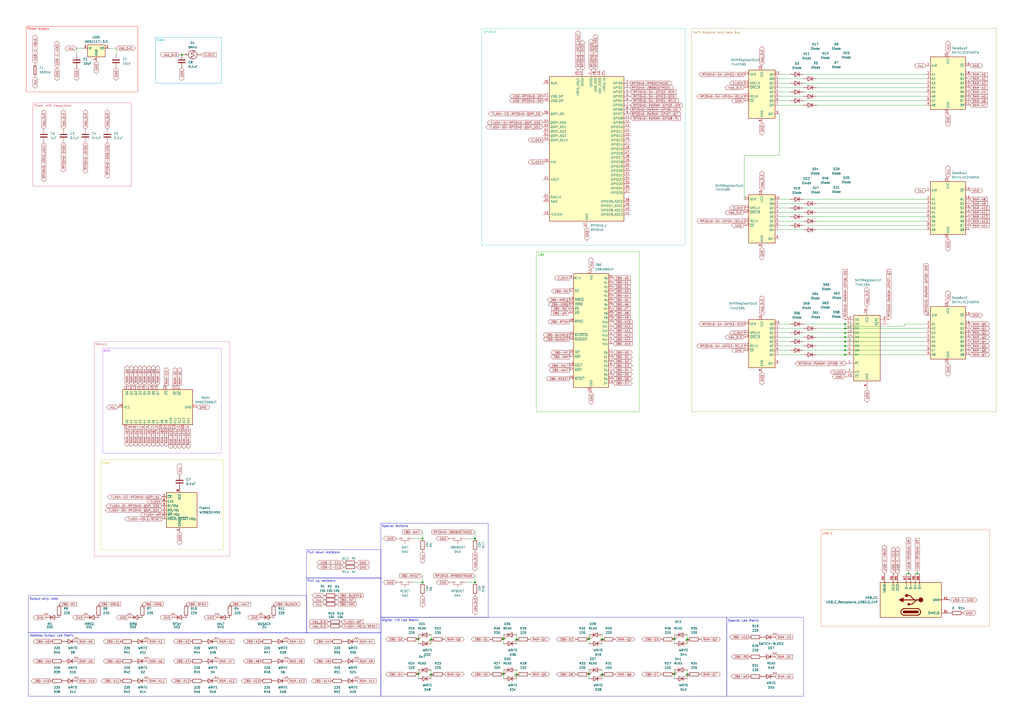
<source format=kicad_sch>
(kicad_sch (version 20250114) (generator "eeschema") (generator_version "9.0")
  (paper "A2")
  (title_block (title "Z80DevBoard") (date "2025-11-29") (company "Gianluca Rainis") (comment 1 "gianluca-rainis on GitHub"))
  (rectangle (start 54.61 198.12) (end 133.35 322.58) (stroke (width 0) (color 205 102 113 1)))
  (rectangle (start 220.98 303.53) (end 283.21 358.14))
  (rectangle (start 177.8 318.77) (end 220.98 335.28))
  (rectangle (start 476.25 307.34) (end 574.04 363.22) (stroke (width 0) (color 237 87 20 1)))
  (rectangle (start 220.98 358.14) (end 421.64 403.86))
  (rectangle (start 58.42 266.7) (end 129.54 318.77) (stroke (width 0) (color 209 196 52 1)))
  (rectangle (start 16.51 367.03) (end 220.98 403.86))
  (rectangle (start 19.05 59.69) (end 76.2 107.95) (stroke (width 0) (color 218 73 96 1)))
  (rectangle (start 15.24 15.24) (end 80.01 53.34) (stroke (width 0) (color 255 0 0 1)))
  (rectangle (start 311.15 146.05) (end 370.84 238.76) (stroke (width 0) (color 38 175 23 1)))
  (rectangle (start 59.69 201.93) (end 128.27 262.89) (stroke (width 0) (color 170 78 255 1)))
  (rectangle (start 279.4 16.51) (end 397.51 142.24) (stroke (width 0) (color 59 212 147 1)))
  (rectangle (start 421.64 358.14) (end 466.09 403.86))
  (rectangle (start 177.8 335.28) (end 220.98 367.03))
  (rectangle (start 90.17 21.59) (end 128.27 48.26) (stroke (width 0) (color 2 162 197 1)))
  (rectangle (start 401.32 16.51) (end 577.85 238.76) (stroke (width 0) (color 180 137 74 1)))
  (rectangle (start 16.51 345.44) (end 177.8 367.03))
  (text "Digital I/O Led Matrix" (at 232.156 359.918 0) (effects (font (size 1.27 1.27))))
  (text "RAM" (at 61.976 203.708 0) (effects (font (size 1.27 1.27))))
  (text "Special Buttons" (at 229.108 305.308 0) (effects (font (size 1.27 1.27))))
  (text "Power supply" (at 22.098 16.764 0) (effects (font (size 1.27 1.27))))
  (text "Z80" (at 313.944 148.082 0) (effects (font (size 1.27 1.27))))
  (text "Output only Leds" (at 25.4 347.472 0) (effects (font (size 1.27 1.27))))
  (text "Clock" (at 93.218 23.368 0) (effects (font (size 1.27 1.27))))
  (text "USB C" (at 480.06 309.626 0) (effects (font (size 1.27 1.27))))
  (text "Address Output Led Matrix" (at 30.226 368.808 0) (effects (font (size 1.27 1.27))))
  (text "Power with Capacitors" (at 30.48 61.468 0) (effects (font (size 1.27 1.27))))
  (text "Pull down resistors" (at 187.706 320.548 0) (effects (font (size 1.27 1.27))))
  (text "RP2040" (at 284.226 18.796 0) (effects (font (size 1.27 1.27))))
  (text "Special Led Matrix" (at 431.292 360.172 0) (effects (font (size 1.27 1.27))))
  (text "Pull up resistors" (at 186.436 337.058 0) (effects (font (size 1.27 1.27))))
  (text "Shift Register and Data Bus" (at 415.798 19.05 0) (effects (font (size 1.27 1.27))))
  (text "Memory" (at 58.674 199.898 0) (effects (font (size 1.27 1.27))))
  (text "Flash" (at 61.468 268.732 0) (effects (font (size 1.27 1.27))))
  (junction (at 250.19 391.16))
  (junction (at 349.25 370.84))
  (junction (at 391.16 370.84))
  (junction (at 245.11 337.82))
  (junction (at 299.72 370.84))
  (junction (at 398.78 370.84))
  (junction (at 275.59 312.42))
  (junction (at 490.22 190.5))
  (junction (at 292.1 370.84))
  (junction (at 490.22 203.2))
  (junction (at 250.19 370.84))
  (junction (at 391.16 391.16))
  (junction (at 490.22 193.04))
  (junction (at 292.1 391.16))
  (junction (at 105.41 31.75))
  (junction (at 245.11 312.42))
  (junction (at 490.22 187.96))
  (junction (at 398.78 391.16))
  (junction (at 242.57 370.84))
  (junction (at 490.22 200.66))
  (junction (at 527.05 332.74))
  (junction (at 490.22 198.12))
  (junction (at 532.13 332.74))
  (junction (at 341.63 391.16))
  (junction (at 341.63 370.84))
  (junction (at 242.57 391.16))
  (junction (at 490.22 205.74))
  (junction (at 275.59 337.82))
  (junction (at 299.72 391.16))
  (junction (at 349.25 391.16))
  (junction (at 490.22 195.58))
  (wire (pts (xy 466.09 48.26) (xy 537.21 48.26)))
  (wire (pts (xy 530.86 332.74) (xy 532.13 332.74)))
  (wire (pts (xy 473.71 55.88) (xy 537.21 55.88)))
  (wire (pts (xy 104.14 31.75) (xy 105.41 31.75)))
  (wire (pts (xy 250.19 368.3) (xy 250.19 370.84)))
  (wire (pts (xy 250.19 370.84) (xy 250.19 373.38)))
  (wire (pts (xy 242.57 368.3) (xy 242.57 370.84)))
  (wire (pts (xy 473.71 190.5) (xy 490.22 190.5)))
  (wire (pts (xy 458.47 193.04) (xy 452.12 193.04)))
  (wire (pts (xy 524.51 189.23) (xy 524.51 187.96)))
  (wire (pts (xy 458.47 43.18) (xy 452.12 43.18)))
  (wire (pts (xy 458.47 58.42) (xy 452.12 58.42)))
  (wire (pts (xy 398.78 391.16) (xy 398.78 393.7)))
  (wire (pts (xy 473.71 123.19) (xy 537.21 123.19)))
  (wire (pts (xy 341.63 368.3) (xy 341.63 370.84)))
  (wire (pts (xy 473.71 200.66) (xy 490.22 200.66)))
  (wire (pts (xy 466.09 125.73) (xy 537.21 125.73)))
  (wire (pts (xy 250.19 391.16) (xy 250.19 393.7)))
  (wire (pts (xy 242.57 388.62) (xy 242.57 391.16)))
  (wire (pts (xy 398.78 370.84) (xy 398.78 373.38)))
  (wire (pts (xy 473.71 128.27) (xy 537.21 128.27)))
  (wire (pts (xy 490.22 198.12) (xy 537.21 198.12)))
  (wire (pts (xy 341.63 370.84) (xy 341.63 373.38)))
  (wire (pts (xy 292.1 370.84) (xy 292.1 373.38)))
  (wire (pts (xy 473.71 133.35) (xy 537.21 133.35)))
  (wire (pts (xy 341.63 388.62) (xy 341.63 391.16)))
  (wire (pts (xy 525.78 332.74) (xy 527.05 332.74)))
  (wire (pts (xy 245.11 337.82) (xy 240.03 337.82)))
  (wire (pts (xy 490.22 200.66) (xy 537.21 200.66)))
  (wire (pts (xy 458.47 53.34) (xy 452.12 53.34)))
  (wire (pts (xy 458.47 120.65) (xy 452.12 120.65)))
  (wire (pts (xy 532.13 332.74) (xy 533.4 332.74)))
  (wire (pts (xy 466.09 205.74) (xy 452.12 205.74)))
  (wire (pts (xy 67.31 27.94) (xy 63.5 27.94)))
  (wire (pts (xy 458.47 187.96) (xy 452.12 187.96)))
  (wire (pts (xy 67.31 27.94) (xy 67.31 31.75)))
  (wire (pts (xy 466.09 120.65) (xy 537.21 120.65)))
  (wire (pts (xy 466.09 190.5) (xy 452.12 190.5)))
  (wire (pts (xy 349.25 391.16) (xy 349.25 393.7)))
  (wire (pts (xy 466.09 133.35) (xy 452.12 133.35)))
  (wire (pts (xy 490.22 187.96) (xy 490.22 189.23)))
  (wire (pts (xy 466.09 55.88) (xy 452.12 55.88)))
  (wire (pts (xy 245.11 334.01) (xy 245.11 337.82)))
  (wire (pts (xy 466.09 118.11) (xy 452.12 118.11)))
  (wire (pts (xy 275.59 308.61) (xy 275.59 312.42)))
  (wire (pts (xy 391.16 388.62) (xy 391.16 391.16)))
  (wire (pts (xy 466.09 187.96) (xy 490.22 187.96)))
  (wire (pts (xy 299.72 388.62) (xy 299.72 391.16)))
  (wire (pts (xy 275.59 337.82) (xy 270.51 337.82)))
  (wire (pts (xy 242.57 370.84) (xy 242.57 373.38)))
  (wire (pts (xy 245.11 312.42) (xy 240.03 312.42)))
  (wire (pts (xy 466.09 58.42) (xy 537.21 58.42)))
  (wire (pts (xy 532.13 331.47) (xy 532.13 332.74)))
  (wire (pts (xy 466.09 50.8) (xy 452.12 50.8)))
  (wire (pts (xy 466.09 123.19) (xy 452.12 123.19)))
  (wire (pts (xy 490.22 195.58) (xy 537.21 195.58)))
  (wire (pts (xy 299.72 368.3) (xy 299.72 370.84)))
  (wire (pts (xy 466.09 193.04) (xy 490.22 193.04)))
  (wire (pts (xy 473.71 118.11) (xy 537.21 118.11)))
  (wire (pts (xy 490.22 203.2) (xy 537.21 203.2)))
  (wire (pts (xy 458.47 203.2) (xy 452.12 203.2)))
  (wire (pts (xy 431.8 90.17) (xy 431.8 115.57)))
  (wire (pts (xy 452.12 90.17) (xy 452.12 66.04)))
  (wire (pts (xy 527.05 331.47) (xy 527.05 332.74)))
  (wire (pts (xy 466.09 198.12) (xy 490.22 198.12)))
  (wire (pts (xy 466.09 45.72) (xy 452.12 45.72)))
  (wire (pts (xy 299.72 391.16) (xy 299.72 393.7)))
  (wire (pts (xy 349.25 370.84) (xy 349.25 373.38)))
  (wire (pts (xy 466.09 128.27) (xy 452.12 128.27)))
  (wire (pts (xy 391.16 391.16) (xy 391.16 393.7)))
  (wire (pts (xy 466.09 60.96) (xy 452.12 60.96)))
  (wire (pts (xy 44.45 27.94) (xy 48.26 27.94)))
  (wire (pts (xy 245.11 308.61) (xy 245.11 312.42)))
  (wire (pts (xy 391.16 368.3) (xy 391.16 370.84)))
  (wire (pts (xy 292.1 368.3) (xy 292.1 370.84)))
  (wire (pts (xy 466.09 130.81) (xy 537.21 130.81)))
  (wire (pts (xy 299.72 370.84) (xy 299.72 373.38)))
  (wire (pts (xy 466.09 53.34) (xy 537.21 53.34)))
  (wire (pts (xy 490.22 193.04) (xy 537.21 193.04)))
  (wire (pts (xy 473.71 45.72) (xy 537.21 45.72)))
  (wire (pts (xy 490.22 189.23) (xy 524.51 189.23)))
  (wire (pts (xy 466.09 203.2) (xy 490.22 203.2)))
  (wire (pts (xy 466.09 195.58) (xy 452.12 195.58)))
  (wire (pts (xy 398.78 368.3) (xy 398.78 370.84)))
  (wire (pts (xy 490.22 205.74) (xy 537.21 205.74)))
  (wire (pts (xy 473.71 60.96) (xy 537.21 60.96)))
  (wire (pts (xy 398.78 388.62) (xy 398.78 391.16)))
  (wire (pts (xy 458.47 115.57) (xy 452.12 115.57)))
  (wire (pts (xy 250.19 388.62) (xy 250.19 391.16)))
  (wire (pts (xy 466.09 115.57) (xy 537.21 115.57)))
  (wire (pts (xy 292.1 388.62) (xy 292.1 391.16)))
  (wire (pts (xy 242.57 391.16) (xy 242.57 393.7)))
  (wire (pts (xy 275.59 312.42) (xy 270.51 312.42)))
  (wire (pts (xy 473.71 205.74) (xy 490.22 205.74)))
  (wire (pts (xy 349.25 368.3) (xy 349.25 370.84)))
  (wire (pts (xy 458.47 130.81) (xy 452.12 130.81)))
  (wire (pts (xy 292.1 391.16) (xy 292.1 393.7)))
  (wire (pts (xy 452.12 90.17) (xy 431.8 90.17)))
  (wire (pts (xy 473.71 195.58) (xy 490.22 195.58)))
  (wire (pts (xy 466.09 43.18) (xy 537.21 43.18)))
  (wire (pts (xy 105.41 31.75) (xy 106.68 31.75)))
  (wire (pts (xy 524.51 187.96) (xy 537.21 187.96)))
  (wire (pts (xy 275.59 334.01) (xy 275.59 337.82)))
  (wire (pts (xy 458.47 125.73) (xy 452.12 125.73)))
  (wire (pts (xy 458.47 48.26) (xy 452.12 48.26)))
  (wire (pts (xy 527.05 332.74) (xy 528.32 332.74)))
  (wire (pts (xy 341.63 391.16) (xy 341.63 393.7)))
  (wire (pts (xy 458.47 198.12) (xy 452.12 198.12)))
  (wire (pts (xy 391.16 370.84) (xy 391.16 373.38)))
  (wire (pts (xy 490.22 190.5) (xy 537.21 190.5)))
  (wire (pts (xy 466.09 200.66) (xy 452.12 200.66)))
  (wire (pts (xy 349.25 388.62) (xy 349.25 391.16)))
  (wire (pts (xy 473.71 50.8) (xy 537.21 50.8)))
  (wire (pts (xy 44.45 27.94) (xy 44.45 31.75)))
  (global_label "RP2040-RPBOOTMODE" (shape output) (at 365.76 48.26 0) (property "Intersheetrefs" "${INTERSHEET_REFS}" (effects (hide yes))))
  (global_label "Z80-A14" (shape output) (at 191.77 394.97 180) (property "Intersheetrefs" "${INTERSHEET_REFS}" (effects (hide yes))))
  (global_label "RAM-A10" (shape input) (at 44.45 394.97 0) (property "Intersheetrefs" "${INTERSHEET_REFS}" (effects (hide yes))))
  (global_label "RAM-A6" (shape input) (at 562.61 58.42 0) (property "Intersheetrefs" "${INTERSHEET_REFS}" (effects (hide yes))))
  (global_label "Vdd_3v3" (shape bidirectional) (at 67.31 27.94 0) (property "Intersheetrefs" "${INTERSHEET_REFS}" (effects (hide yes))))
  (global_label "FLASH-HOLD{slash}RESET" (shape input) (at 198.12 363.22 0) (property "Intersheetrefs" "${INTERSHEET_REFS}" (effects (hide yes))))
  (global_label "Z80-A13" (shape input) (at 355.6 194.31 0) (property "Intersheetrefs" "${INTERSHEET_REFS}" (effects (hide yes))))
  (global_label "Z80-A7" (shape output) (at 110.49 383.54 180) (property "Intersheetrefs" "${INTERSHEET_REFS}" (effects (hide yes))))
  (global_label "GND" (shape bidirectional) (at 260.35 337.82 180) (property "Intersheetrefs" "${INTERSHEET_REFS}" (effects (hide yes))))
  (global_label "Z80-A4" (shape input) (at 355.6 171.45 0) (property "Intersheetrefs" "${INTERSHEET_REFS}" (effects (hide yes))))
  (global_label "Vcc" (shape bidirectional) (at 245.11 320.04 270) (property "Intersheetrefs" "${INTERSHEET_REFS}" (effects (hide yes))))
  (global_label "Z80-A8" (shape input) (at 355.6 181.61 0) (property "Intersheetrefs" "${INTERSHEET_REFS}" (effects (hide yes))))
  (global_label "Z80-D0" (shape bidirectional) (at 355.6 204.47 0) (property "Intersheetrefs" "${INTERSHEET_REFS}" (effects (hide yes))))
  (global_label "RAM-A11" (shape input) (at 85.09 394.97 0) (property "Intersheetrefs" "${INTERSHEET_REFS}" (effects (hide yes))))
  (global_label "Z80-HALT" (shape input) (at 133.35 350.52 0) (property "Intersheetrefs" "${INTERSHEET_REFS}" (effects (hide yes))))
  (global_label "Z80-WAIT" (shape input) (at 245.11 308.61 180) (property "Intersheetrefs" "${INTERSHEET_REFS}" (effects (hide yes))))
  (global_label "RAM-A9" (shape input) (at 562.61 118.11 0) (property "Intersheetrefs" "${INTERSHEET_REFS}" (effects (hide yes))))
  (global_label "GND" (shape bidirectional) (at 33.02 39.37 270) (property "Intersheetrefs" "${INTERSHEET_REFS}" (effects (hide yes))))
  (global_label "GND" (shape bidirectional) (at 100.33 358.14 180) (property "Intersheetrefs" "${INTERSHEET_REFS}" (effects (hide yes))))
  (global_label "RAM-CS" (shape input) (at 449.58 369.57 0) (property "Intersheetrefs" "${INTERSHEET_REFS}" (effects (hide yes))))
  (global_label "Vdd_3v3" (shape bidirectional) (at 275.59 345.44 270) (property "Intersheetrefs" "${INTERSHEET_REFS}" (effects (hide yes))))
  (global_label "RAM-Q4" (shape bidirectional) (at 562.61 198.12 0) (property "Intersheetrefs" "${INTERSHEET_REFS}" (effects (hide yes))))
  (global_label "RAM-A9" (shape output) (at 96.52 248.92 270) (property "Intersheetrefs" "${INTERSHEET_REFS}" (effects (hide yes))))
  (global_label "Z80-A2" (shape output) (at 110.49 372.11 180) (property "Intersheetrefs" "${INTERSHEET_REFS}" (effects (hide yes))))
  (global_label "RP2040-RWRAM-GPIO8-PL" (shape input) (at 365.76 68.58 0) (property "Intersheetrefs" "${INTERSHEET_REFS}" (effects (hide yes))))
  (global_label "Vcc" (shape bidirectional) (at 549.91 102.87 90) (property "Intersheetrefs" "${INTERSHEET_REFS}" (effects (hide yes))))
  (global_label "Vdd_3v3" (shape bidirectional) (at 441.96 182.88 90) (property "Intersheetrefs" "${INTERSHEET_REFS}" (effects (hide yes))))
  (global_label "Z80-M1" (shape output) (at 330.2 168.91 180) (property "Intersheetrefs" "${INTERSHEET_REFS}" (effects (hide yes))))
  (global_label "RAM-Q3" (shape bidirectional) (at 562.61 195.58 0) (property "Intersheetrefs" "${INTERSHEET_REFS}" (effects (hide yes))))
  (global_label "Z80-A7" (shape input) (at 355.6 179.07 0) (property "Intersheetrefs" "${INTERSHEET_REFS}" (effects (hide yes))))
  (global_label "RP2040-RWRAM-GPIO5-DIR" (shape input) (at 365.76 60.96 0) (property "Intersheetrefs" "${INTERSHEET_REFS}" (effects (hide yes))))
  (global_label "Z80-D6" (shape bidirectional) (at 334.01 391.16 180) (property "Intersheetrefs" "${INTERSHEET_REFS}" (effects (hide yes))))
  (global_label "Z80-A6" (shape output) (at 69.85 383.54 180) (property "Intersheetrefs" "${INTERSHEET_REFS}" (effects (hide yes))))
  (global_label "FLASH-HOLD{slash}RESET" (shape output) (at 93.98 300.99 180) (property "Intersheetrefs" "${INTERSHEET_REFS}" (effects (hide yes))))
  (global_label "RAM-Q5" (shape bidirectional) (at 307.34 391.16 0) (property "Intersheetrefs" "${INTERSHEET_REFS}" (effects (hide yes))))
  (global_label "Vcc" (shape bidirectional) (at 342.9 156.21 90) (property "Intersheetrefs" "${INTERSHEET_REFS}" (effects (hide yes))))
  (global_label "GND" (shape bidirectional) (at 229.87 312.42 180) (property "Intersheetrefs" "${INTERSHEET_REFS}" (effects (hide yes))))
  (global_label "USB-C-CC2" (shape bidirectional) (at 520.7 332.74 90) (property "Intersheetrefs" "${INTERSHEET_REFS}" (effects (hide yes))))
  (global_label "USB-C-CC1" (shape bidirectional) (at 518.16 332.74 90) (property "Intersheetrefs" "${INTERSHEET_REFS}" (effects (hide yes))))
  (global_label "GND" (shape bidirectional) (at 431.8 203.2 180) (property "Intersheetrefs" "${INTERSHEET_REFS}" (effects (hide yes))))
  (global_label "GND" (shape bidirectional) (at 431.8 130.81 180) (property "Intersheetrefs" "${INTERSHEET_REFS}" (effects (hide yes))))
  (global_label "RAM-Q5" (shape bidirectional) (at 86.36 223.52 90) (property "Intersheetrefs" "${INTERSHEET_REFS}" (effects (hide yes))))
  (global_label "Vcc" (shape bidirectional) (at 187.96 345.44 180) (property "Intersheetrefs" "${INTERSHEET_REFS}" (effects (hide yes))))
  (global_label "RAM-Q4" (shape bidirectional) (at 83.82 223.52 90) (property "Intersheetrefs" "${INTERSHEET_REFS}" (effects (hide yes))))
  (global_label "RAM-Q3" (shape bidirectional) (at 406.4 370.84 0) (property "Intersheetrefs" "${INTERSHEET_REFS}" (effects (hide yes))))
  (global_label "Z80-D5" (shape bidirectional) (at 355.6 217.17 0) (property "Intersheetrefs" "${INTERSHEET_REFS}" (effects (hide yes))))
  (global_label "GND" (shape bidirectional) (at 229.87 337.82 180) (property "Intersheetrefs" "${INTERSHEET_REFS}" (effects (hide yes))))
  (global_label "RAM-Q6" (shape bidirectional) (at 562.61 203.2 0) (property "Intersheetrefs" "${INTERSHEET_REFS}" (effects (hide yes))))
  (global_label "Z80-D6" (shape bidirectional) (at 355.6 219.71 0) (property "Intersheetrefs" "${INTERSHEET_REFS}" (effects (hide yes))))
  (global_label "RAM-A12" (shape output) (at 104.14 248.92 270) (property "Intersheetrefs" "${INTERSHEET_REFS}" (effects (hide yes))))
  (global_label "USB-RP2040-DM" (shape input) (at 527.05 331.47 90) (property "Intersheetrefs" "${INTERSHEET_REFS}" (effects (hide yes))))
  (global_label "Z80-WR" (shape input) (at 330.2 181.61 180) (property "Intersheetrefs" "${INTERSHEET_REFS}" (effects (hide yes))))
  (global_label "Z80-INT" (shape input) (at 195.58 347.98 0) (property "Intersheetrefs" "${INTERSHEET_REFS}" (effects (hide yes))))
  (global_label "RAM-A11" (shape input) (at 562.61 123.19 0) (property "Intersheetrefs" "${INTERSHEET_REFS}" (effects (hide yes))))
  (global_label "RAM-A3" (shape output) (at 81.28 248.92 270) (property "Intersheetrefs" "${INTERSHEET_REFS}" (effects (hide yes))))
  (global_label "Z80-D1" (shape bidirectional) (at 355.6 207.01 0) (property "Intersheetrefs" "${INTERSHEET_REFS}" (effects (hide yes))))
  (global_label "Z80-MREQ" (shape output) (at 330.2 173.99 180) (property "Intersheetrefs" "${INTERSHEET_REFS}" (effects (hide yes))))
  (global_label "RAM-A13" (shape input) (at 562.61 128.27 0) (property "Intersheetrefs" "${INTERSHEET_REFS}" (effects (hide yes))))
  (global_label "RAM-OE" (shape output) (at 101.6 223.52 90) (property "Intersheetrefs" "${INTERSHEET_REFS}" (effects (hide yes))))
  (global_label "RAM-Q7" (shape bidirectional) (at 91.44 223.52 90) (property "Intersheetrefs" "${INTERSHEET_REFS}" (effects (hide yes))))
  (global_label "RP2040-RWRAM-GPIO6-DS" (shape output) (at 365.76 63.5 0) (property "Intersheetrefs" "${INTERSHEET_REFS}" (effects (hide yes))))
  (global_label "Z80-D4" (shape bidirectional) (at 355.6 214.63 0) (property "Intersheetrefs" "${INTERSHEET_REFS}" (effects (hide yes))))
  (global_label "Vdd_3v3" (shape bidirectional) (at 25.4 74.93 90) (property "Intersheetrefs" "${INTERSHEET_REFS}" (effects (hide yes))))
  (global_label "RAM-Q6" (shape bidirectional) (at 88.9 223.52 90) (property "Intersheetrefs" "${INTERSHEET_REFS}" (effects (hide yes))))
  (global_label "GND" (shape bidirectional) (at 441.96 215.9 270) (property "Intersheetrefs" "${INTERSHEET_REFS}" (effects (hide yes))))
  (global_label "Z80-A13" (shape output) (at 151.13 394.97 180) (property "Intersheetrefs" "${INTERSHEET_REFS}" (effects (hide yes))))
  (global_label "Z80-WAIT" (shape output) (at 330.2 214.63 180) (property "Intersheetrefs" "${INTERSHEET_REFS}" (effects (hide yes))))
  (global_label "USB-C-GND" (shape bidirectional) (at 33.02 39.37 90) (property "Intersheetrefs" "${INTERSHEET_REFS}" (effects (hide yes))))
  (global_label "Z80-RESET" (shape output) (at 330.2 219.71 180) (property "Intersheetrefs" "${INTERSHEET_REFS}" (effects (hide yes))))
  (global_label "GND" (shape bidirectional) (at 125.73 358.14 180) (property "Intersheetrefs" "${INTERSHEET_REFS}" (effects (hide yes))))
  (global_label "RAM-A10" (shape output) (at 99.06 248.92 270) (property "Intersheetrefs" "${INTERSHEET_REFS}" (effects (hide yes))))
  (global_label "RAM-A1" (shape input) (at 85.09 372.11 0) (property "Intersheetrefs" "${INTERSHEET_REFS}" (effects (hide yes))))
  (global_label "CLOCK" (shape input) (at 116.84 31.75 0) (property "Intersheetrefs" "${INTERSHEET_REFS}" (effects (hide yes))))
  (global_label "RP2040-RWRAM-GPIO6-DS" (shape input) (at 490.22 185.42 90) (property "Intersheetrefs" "${INTERSHEET_REFS}" (effects (hide yes))))
  (global_label "RAM-OE" (shape input) (at 449.58 381 0) (property "Intersheetrefs" "${INTERSHEET_REFS}" (effects (hide yes))))
  (global_label "RAM-A0" (shape output) (at 73.66 248.92 270) (property "Intersheetrefs" "${INTERSHEET_REFS}" (effects (hide yes))))
  (global_label "RAM-Q7" (shape bidirectional) (at 562.61 205.74 0) (property "Intersheetrefs" "${INTERSHEET_REFS}" (effects (hide yes))))
  (global_label "Z80-A11" (shape output) (at 69.85 394.97 180) (property "Intersheetrefs" "${INTERSHEET_REFS}" (effects (hide yes))))
  (global_label "RAM-WE" (shape output) (at 104.14 223.52 90) (property "Intersheetrefs" "${INTERSHEET_REFS}" (effects (hide yes))))
  (global_label "GND" (shape bidirectional) (at 549.91 210.82 270) (property "Intersheetrefs" "${INTERSHEET_REFS}" (effects (hide yes))))
  (global_label "GND" (shape bidirectional) (at 562.61 182.88 0) (property "Intersheetrefs" "${INTERSHEET_REFS}" (effects (hide yes))))
  (global_label "Vdd_3v3" (shape bidirectional) (at 190.5 360.68 180) (property "Intersheetrefs" "${INTERSHEET_REFS}" (effects (hide yes))))
  (global_label "CLOCK" (shape output) (at 490.22 215.9 180) (property "Intersheetrefs" "${INTERSHEET_REFS}" (effects (hide yes))))
  (global_label "RAM-WE" (shape input) (at 449.58 392.43 0) (property "Intersheetrefs" "${INTERSHEET_REFS}" (effects (hide yes))))
  (global_label "RAM-A0" (shape input) (at 562.61 43.18 0) (property "Intersheetrefs" "${INTERSHEET_REFS}" (effects (hide yes))))
  (global_label "Vcc" (shape bidirectional) (at 245.11 345.44 270) (property "Intersheetrefs" "${INTERSHEET_REFS}" (effects (hide yes))))
  (global_label "RAM-Q0" (shape bidirectional) (at 257.81 370.84 0) (property "Intersheetrefs" "${INTERSHEET_REFS}" (effects (hide yes))))
  (global_label "Vcc" (shape bidirectional) (at 187.96 347.98 180) (property "Intersheetrefs" "${INTERSHEET_REFS}" (effects (hide yes))))
  (global_label "RAM-A8" (shape output) (at 93.98 248.92 270) (property "Intersheetrefs" "${INTERSHEET_REFS}" (effects (hide yes))))
  (global_label "RAM-A10" (shape input) (at 562.61 120.65 0) (property "Intersheetrefs" "${INTERSHEET_REFS}" (effects (hide yes))))
  (global_label "Z80-A2" (shape input) (at 355.6 166.37 0) (property "Intersheetrefs" "${INTERSHEET_REFS}" (effects (hide yes))))
  (global_label "Z80-A3" (shape output) (at 151.13 372.11 180) (property "Intersheetrefs" "${INTERSHEET_REFS}" (effects (hide yes))))
  (global_label "RP2040-SH-GPIO2-SER" (shape output) (at 431.8 43.18 180) (property "Intersheetrefs" "${INTERSHEET_REFS}" (effects (hide yes))))
  (global_label "GND" (shape bidirectional) (at 549.91 138.43 270) (property "Intersheetrefs" "${INTERSHEET_REFS}" (effects (hide yes))))
  (global_label "Z80-D3" (shape bidirectional) (at 383.54 370.84 180) (property "Intersheetrefs" "${INTERSHEET_REFS}" (effects (hide yes))))
  (global_label "GND" (shape bidirectional) (at 55.88 35.56 270) (property "Intersheetrefs" "${INTERSHEET_REFS}" (effects (hide yes))))
  (global_label "Vcc" (shape bidirectional) (at 44.45 27.94 180) (property "Intersheetrefs" "${INTERSHEET_REFS}" (effects (hide yes))))
  (global_label "RAM-Q7" (shape bidirectional) (at 406.4 391.16 0) (property "Intersheetrefs" "${INTERSHEET_REFS}" (effects (hide yes))))
  (global_label "Vcc" (shape bidirectional) (at 187.96 350.52 180) (property "Intersheetrefs" "${INTERSHEET_REFS}" (effects (hide yes))))
  (global_label "RAM-A5" (shape output) (at 86.36 248.92 270) (property "Intersheetrefs" "${INTERSHEET_REFS}" (effects (hide yes))))
  (global_label "Z80-BUSACK" (shape input) (at 158.75 350.52 0) (property "Intersheetrefs" "${INTERSHEET_REFS}" (effects (hide yes))))
  (global_label "GND" (shape bidirectional) (at 441.96 71.12 270) (property "Intersheetrefs" "${INTERSHEET_REFS}" (effects (hide yes))))
  (global_label "Vdd_3v3" (shape bidirectional) (at 431.8 195.58 180) (property "Intersheetrefs" "${INTERSHEET_REFS}" (effects (hide yes))))
  (global_label "RP2040-IOVDD" (shape bidirectional) (at 342.9 40.64 90) (property "Intersheetrefs" "${INTERSHEET_REFS}" (effects (hide yes))))
  (global_label "Z80-INT" (shape output) (at 330.2 204.47 180) (property "Intersheetrefs" "${INTERSHEET_REFS}" (effects (hide yes))))
  (global_label "RAM-Q4" (shape bidirectional) (at 257.81 391.16 0) (property "Intersheetrefs" "${INTERSHEET_REFS}" (effects (hide yes))))
  (global_label "USB-C-CC1" (shape bidirectional) (at 199.39 326.39 180) (property "Intersheetrefs" "${INTERSHEET_REFS}" (effects (hide yes))))
  (global_label "Z80-A0" (shape input) (at 355.6 161.29 0) (property "Intersheetrefs" "${INTERSHEET_REFS}" (effects (hide yes))))
  (global_label "RP2040-IOVDD" (shape bidirectional) (at 49.53 82.55 270) (property "Intersheetrefs" "${INTERSHEET_REFS}" (effects (hide yes))))
  (global_label "Vdd_3v3" (shape bidirectional) (at 62.23 74.93 90) (property "Intersheetrefs" "${INTERSHEET_REFS}" (effects (hide yes))))
  (global_label "RAM-A5" (shape input) (at 44.45 383.54 0) (property "Intersheetrefs" "${INTERSHEET_REFS}" (effects (hide yes))))
  (global_label "Z80-RESET" (shape input) (at 245.11 334.01 180) (property "Intersheetrefs" "${INTERSHEET_REFS}" (effects (hide yes))))
  (global_label "Vcc" (shape bidirectional) (at 20.32 44.45 270) (property "Intersheetrefs" "${INTERSHEET_REFS}" (effects (hide yes))))
  (global_label "GND" (shape bidirectional) (at 502.92 226.06 270) (property "Intersheetrefs" "${INTERSHEET_REFS}" (effects (hide yes))))
  (global_label "Z80-RD" (shape input) (at 330.2 179.07 180) (property "Intersheetrefs" "${INTERSHEET_REFS}" (effects (hide yes))))
  (global_label "Z80-A10" (shape output) (at 29.21 394.97 180) (property "Intersheetrefs" "${INTERSHEET_REFS}" (effects (hide yes))))
  (global_label "FLASH-DO-RP2040-QSPI_SD1" (shape bidirectional) (at 314.96 73.66 180) (property "Intersheetrefs" "${INTERSHEET_REFS}" (effects (hide yes))))
  (global_label "Z80-A5" (shape input) (at 355.6 173.99 0) (property "Intersheetrefs" "${INTERSHEET_REFS}" (effects (hide yes))))
  (global_label "RP2040-VREG_VOUT" (shape bidirectional) (at 335.28 40.64 90) (property "Intersheetrefs" "${INTERSHEET_REFS}" (effects (hide yes))))
  (global_label "Z80-D5" (shape bidirectional) (at 284.48 391.16 180) (property "Intersheetrefs" "${INTERSHEET_REFS}" (effects (hide yes))))
  (global_label "RAM-Q2" (shape bidirectional) (at 356.87 370.84 0) (property "Intersheetrefs" "${INTERSHEET_REFS}" (effects (hide yes))))
  (global_label "RAM-A6" (shape output) (at 88.9 248.92 270) (property "Intersheetrefs" "${INTERSHEET_REFS}" (effects (hide yes))))
  (global_label "Z80-A1" (shape input) (at 355.6 163.83 0) (property "Intersheetrefs" "${INTERSHEET_REFS}" (effects (hide yes))))
  (global_label "RP2040-USB_VDD" (shape bidirectional) (at 62.23 82.55 270) (property "Intersheetrefs" "${INTERSHEET_REFS}" (effects (hide yes))))
  (global_label "GND" (shape bidirectional) (at 260.35 312.42 180) (property "Intersheetrefs" "${INTERSHEET_REFS}" (effects (hide yes))))
  (global_label "Z80-BUSACK" (shape output) (at 330.2 196.85 180) (property "Intersheetrefs" "${INTERSHEET_REFS}" (effects (hide yes))))
  (global_label "Z80-D7" (shape bidirectional) (at 355.6 222.25 0) (property "Intersheetrefs" "${INTERSHEET_REFS}" (effects (hide yes))))
  (global_label "RP2040-Z80BOOTMODE" (shape input) (at 275.59 308.61 180) (property "Intersheetrefs" "${INTERSHEET_REFS}" (effects (hide yes))))
  (global_label "Z80-IORQ" (shape input) (at 82.55 350.52 0) (property "Intersheetrefs" "${INTERSHEET_REFS}" (effects (hide yes))))
  (global_label "RAM-A14" (shape output) (at 109.22 248.92 270) (property "Intersheetrefs" "${INTERSHEET_REFS}" (effects (hide yes))))
  (global_label "RAM-A2" (shape input) (at 562.61 48.26 0) (property "Intersheetrefs" "${INTERSHEET_REFS}" (effects (hide yes))))
  (global_label "Z80-IORQ" (shape output) (at 330.2 176.53 180) (property "Intersheetrefs" "${INTERSHEET_REFS}" (effects (hide yes))))
  (global_label "Z80-NMI" (shape input) (at 195.58 350.52 0) (property "Intersheetrefs" "${INTERSHEET_REFS}" (effects (hide yes))))
  (global_label "Z80-A11" (shape input) (at 355.6 189.23 0) (property "Intersheetrefs" "${INTERSHEET_REFS}" (effects (hide yes))))
  (global_label "Z80-D3" (shape bidirectional) (at 355.6 212.09 0) (property "Intersheetrefs" "${INTERSHEET_REFS}" (effects (hide yes))))
  (global_label "RAM-A0" (shape input) (at 44.45 372.11 0) (property "Intersheetrefs" "${INTERSHEET_REFS}" (effects (hide yes))))
  (global_label "Z80-D2" (shape bidirectional) (at 355.6 209.55 0) (property "Intersheetrefs" "${INTERSHEET_REFS}" (effects (hide yes))))
  (global_label "Vdd_3v3" (shape bidirectional) (at 431.8 50.8 180) (property "Intersheetrefs" "${INTERSHEET_REFS}" (effects (hide yes))))
  (global_label "RAM-Q0" (shape bidirectional) (at 562.61 187.96 0) (property "Intersheetrefs" "${INTERSHEET_REFS}" (effects (hide yes))))
  (global_label "RAM-Q2" (shape bidirectional) (at 78.74 223.52 90) (property "Intersheetrefs" "${INTERSHEET_REFS}" (effects (hide yes))))
  (global_label "RP2040-VREG_VOUT" (shape bidirectional) (at 25.4 82.55 270) (property "Intersheetrefs" "${INTERSHEET_REFS}" (effects (hide yes))))
  (global_label "RAM-A6" (shape input) (at 85.09 383.54 0) (property "Intersheetrefs" "${INTERSHEET_REFS}" (effects (hide yes))))
  (global_label "GND" (shape bidirectional) (at 549.91 66.04 270) (property "Intersheetrefs" "${INTERSHEET_REFS}" (effects (hide yes))))
  (global_label "Vcc" (shape bidirectional) (at 537.21 38.1 180) (property "Intersheetrefs" "${INTERSHEET_REFS}" (effects (hide yes))))
  (global_label "RAM-A1" (shape output) (at 76.2 248.92 270) (property "Intersheetrefs" "${INTERSHEET_REFS}" (effects (hide yes))))
  (global_label "RAM-A8" (shape input) (at 166.37 383.54 0) (property "Intersheetrefs" "${INTERSHEET_REFS}" (effects (hide yes))))
  (global_label "GND" (shape bidirectional) (at 342.9 227.33 270) (property "Intersheetrefs" "${INTERSHEET_REFS}" (effects (hide yes))))
  (global_label "Z80-A0" (shape output) (at 29.21 372.11 180) (property "Intersheetrefs" "${INTERSHEET_REFS}" (effects (hide yes))))
  (global_label "GND" (shape bidirectional) (at 151.13 358.14 180) (property "Intersheetrefs" "${INTERSHEET_REFS}" (effects (hide yes))))
  (global_label "Z80-RD" (shape output) (at 434.34 381 180) (property "Intersheetrefs" "${INTERSHEET_REFS}" (effects (hide yes))))
  (global_label "RAM-A4" (shape input) (at 207.01 372.11 0) (property "Intersheetrefs" "${INTERSHEET_REFS}" (effects (hide yes))))
  (global_label "RAM-A2" (shape input) (at 125.73 372.11 0) (property "Intersheetrefs" "${INTERSHEET_REFS}" (effects (hide yes))))
  (global_label "Vcc" (shape bidirectional) (at 549.91 30.48 90) (property "Intersheetrefs" "${INTERSHEET_REFS}" (effects (hide yes))))
  (global_label "GND" (shape bidirectional) (at 562.61 38.1 0) (property "Intersheetrefs" "${INTERSHEET_REFS}" (effects (hide yes))))
  (global_label "GND" (shape bidirectional) (at 26.67 358.14 180) (property "Intersheetrefs" "${INTERSHEET_REFS}" (effects (hide yes))))
  (global_label "CLOCK" (shape output) (at 431.8 193.04 180) (property "Intersheetrefs" "${INTERSHEET_REFS}" (effects (hide yes))))
  (global_label "Z80-A1" (shape output) (at 69.85 372.11 180) (property "Intersheetrefs" "${INTERSHEET_REFS}" (effects (hide yes))))
  (global_label "USB-RP2040-DM" (shape output) (at 314.96 58.42 180) (property "Intersheetrefs" "${INTERSHEET_REFS}" (effects (hide yes))))
  (global_label "RAM-Q1" (shape bidirectional) (at 562.61 190.5 0) (property "Intersheetrefs" "${INTERSHEET_REFS}" (effects (hide yes))))
  (global_label "RAM-A12" (shape input) (at 125.73 394.97 0) (property "Intersheetrefs" "${INTERSHEET_REFS}" (effects (hide yes))))
  (global_label "FLASH-DO-RP2040-QSPI_SD1" (shape bidirectional) (at 93.98 295.91 180) (property "Intersheetrefs" "${INTERSHEET_REFS}" (effects (hide yes))))
  (global_label "Z80-A12" (shape input) (at 355.6 191.77 0) (property "Intersheetrefs" "${INTERSHEET_REFS}" (effects (hide yes))))
  (global_label "RAM-Q1" (shape bidirectional) (at 307.34 370.84 0) (property "Intersheetrefs" "${INTERSHEET_REFS}" (effects (hide yes))))
  (global_label "USB-C-GND" (shape bidirectional) (at 551.18 347.98 0) (property "Intersheetrefs" "${INTERSHEET_REFS}" (effects (hide yes))))
  (global_label "Z80-WR" (shape output) (at 434.34 392.43 180) (property "Intersheetrefs" "${INTERSHEET_REFS}" (effects (hide yes))))
  (global_label "GND" (shape bidirectional) (at 44.45 39.37 270) (property "Intersheetrefs" "${INTERSHEET_REFS}" (effects (hide yes))))
  (global_label "RAM-A11" (shape output) (at 101.6 248.92 270) (property "Intersheetrefs" "${INTERSHEET_REFS}" (effects (hide yes))))
  (global_label "RAM-A5" (shape input) (at 562.61 55.88 0) (property "Intersheetrefs" "${INTERSHEET_REFS}" (effects (hide yes))))
  (global_label "RP2040-USB_VDD" (shape bidirectional) (at 345.44 40.64 90) (property "Intersheetrefs" "${INTERSHEET_REFS}" (effects (hide yes))))
  (global_label "Z80-A14" (shape input) (at 355.6 196.85 0) (property "Intersheetrefs" "${INTERSHEET_REFS}" (effects (hide yes))))
  (global_label "FLASH-CS-RP2040-QSPI_SS" (shape bidirectional) (at 93.98 288.29 180) (property "Intersheetrefs" "${INTERSHEET_REFS}" (effects (hide yes))))
  (global_label "FLASH-DI-RP2040-QSPI_SD0" (shape bidirectional) (at 314.96 71.12 180) (property "Intersheetrefs" "${INTERSHEET_REFS}" (effects (hide yes))))
  (global_label "RP2040-SH-GPIO3-RCLK" (shape output) (at 431.8 200.66 180) (property "Intersheetrefs" "${INTERSHEET_REFS}" (effects (hide yes))))
  (global_label "Z80-D4" (shape bidirectional) (at 234.95 391.16 180) (property "Intersheetrefs" "${INTERSHEET_REFS}" (effects (hide yes))))
  (global_label "Z80-A9" (shape output) (at 191.77 383.54 180) (property "Intersheetrefs" "${INTERSHEET_REFS}" (effects (hide yes))))
  (global_label "USB-RP2040-DP" (shape input) (at 532.13 331.47 90) (property "Intersheetrefs" "${INTERSHEET_REFS}" (effects (hide yes))))
  (global_label "Vdd_3v3" (shape bidirectional) (at 502.92 177.8 90) (property "Intersheetrefs" "${INTERSHEET_REFS}" (effects (hide yes))))
  (global_label "Z80-A15" (shape input) (at 355.6 199.39 0) (property "Intersheetrefs" "${INTERSHEET_REFS}" (effects (hide yes))))
  (global_label "Z80-MREQ" (shape input) (at 57.15 350.52 0) (property "Intersheetrefs" "${INTERSHEET_REFS}" (effects (hide yes))))
  (global_label "Vdd_3v3" (shape bidirectional) (at 49.53 74.93 90) (property "Intersheetrefs" "${INTERSHEET_REFS}" (effects (hide yes))))
  (global_label "GND" (shape bidirectional) (at 207.01 326.39 0) (property "Intersheetrefs" "${INTERSHEET_REFS}" (effects (hide yes))))
  (global_label "FLASH-DI-RP2040-QSPI_SD0" (shape bidirectional) (at 93.98 293.37 180) (property "Intersheetrefs" "${INTERSHEET_REFS}" (effects (hide yes))))
  (global_label "RAM-Q2" (shape bidirectional) (at 562.61 193.04 0) (property "Intersheetrefs" "${INTERSHEET_REFS}" (effects (hide yes))))
  (global_label "RP2040-Z80BOOTMODE" (shape output) (at 365.76 50.8 0) (property "Intersheetrefs" "${INTERSHEET_REFS}" (effects (hide yes))))
  (global_label "GND" (shape bidirectional) (at 490.22 218.44 180) (property "Intersheetrefs" "${INTERSHEET_REFS}" (effects (hide yes))))
  (global_label "USB-C-CC2" (shape bidirectional) (at 199.39 328.93 180) (property "Intersheetrefs" "${INTERSHEET_REFS}" (effects (hide yes))))
  (global_label "RP2040-SH-GPIO2-SER" (shape input) (at 365.76 53.34 0) (property "Intersheetrefs" "${INTERSHEET_REFS}" (effects (hide yes))))
  (global_label "RAM-A3" (shape input) (at 562.61 50.8 0) (property "Intersheetrefs" "${INTERSHEET_REFS}" (effects (hide yes))))
  (global_label "Z80-D0" (shape bidirectional) (at 234.95 370.84 180) (property "Intersheetrefs" "${INTERSHEET_REFS}" (effects (hide yes))))
  (global_label "GND" (shape bidirectional) (at 431.8 58.42 180) (property "Intersheetrefs" "${INTERSHEET_REFS}" (effects (hide yes))))
  (global_label "Vdd_3v3" (shape bidirectional) (at 431.8 123.19 180) (property "Intersheetrefs" "${INTERSHEET_REFS}" (effects (hide yes))))
  (global_label "RAM-A7" (shape input) (at 562.61 60.96 0) (property "Intersheetrefs" "${INTERSHEET_REFS}" (effects (hide yes))))
  (global_label "Z80-A4" (shape output) (at 191.77 372.11 180) (property "Intersheetrefs" "${INTERSHEET_REFS}" (effects (hide yes))))
  (global_label "CLOCK" (shape output) (at 314.96 81.28 180) (property "Intersheetrefs" "${INTERSHEET_REFS}" (effects (hide yes))))
  (global_label "Z80-RFSH" (shape input) (at 107.95 350.52 0) (property "Intersheetrefs" "${INTERSHEET_REFS}" (effects (hide yes))))
  (global_label "RAM-A4" (shape output) (at 83.82 248.92 270) (property "Intersheetrefs" "${INTERSHEET_REFS}" (effects (hide yes))))
  (global_label "Z80-D2" (shape bidirectional) (at 334.01 370.84 180) (property "Intersheetrefs" "${INTERSHEET_REFS}" (effects (hide yes))))
  (global_label "Vdd_3v3" (shape bidirectional) (at 441.96 110.49 90) (property "Intersheetrefs" "${INTERSHEET_REFS}" (effects (hide yes))))
  (global_label "RAM-A14" (shape input) (at 207.01 394.97 0) (property "Intersheetrefs" "${INTERSHEET_REFS}" (effects (hide yes))))
  (global_label "RAM-CS" (shape output) (at 96.52 223.52 90) (property "Intersheetrefs" "${INTERSHEET_REFS}" (effects (hide yes))))
  (global_label "RP2040-SH-GPIO3-SER" (shape output) (at 431.8 187.96 180) (property "Intersheetrefs" "${INTERSHEET_REFS}" (effects (hide yes))))
  (global_label "RAM-A13" (shape output) (at 106.68 248.92 270) (property "Intersheetrefs" "${INTERSHEET_REFS}" (effects (hide yes))))
  (global_label "Z80-A6" (shape input) (at 355.6 176.53 0) (property "Intersheetrefs" "${INTERSHEET_REFS}" (effects (hide yes))))
  (global_label "Z80-A15" (shape output) (at 434.34 369.57 180) (property "Intersheetrefs" "${INTERSHEET_REFS}" (effects (hide yes))))
  (global_label "USB-C-VBUS" (shape bidirectional) (at 513.08 332.74 90) (property "Intersheetrefs" "${INTERSHEET_REFS}" (effects (hide yes))))
  (global_label "Z80-NMI" (shape output) (at 330.2 207.01 180) (property "Intersheetrefs" "${INTERSHEET_REFS}" (effects (hide yes))))
  (global_label "RP2040-SH-GPIO4-RCLK" (shape input) (at 365.76 58.42 0) (property "Intersheetrefs" "${INTERSHEET_REFS}" (effects (hide yes))))
  (global_label "Z80-A5" (shape output) (at 29.21 383.54 180) (property "Intersheetrefs" "${INTERSHEET_REFS}" (effects (hide yes))))
  (global_label "GND" (shape bidirectional) (at 441.96 143.51 270) (property "Intersheetrefs" "${INTERSHEET_REFS}" (effects (hide yes))))
  (global_label "RAM-A1" (shape input) (at 562.61 45.72 0) (property "Intersheetrefs" "${INTERSHEET_REFS}" (effects (hide yes))))
  (global_label "FLASH-CS-RP2040-QSPI_SS" (shape bidirectional) (at 314.96 66.04 180) (property "Intersheetrefs" "${INTERSHEET_REFS}" (effects (hide yes))))
  (global_label "CLOCK" (shape output) (at 93.98 290.83 180) (property "Intersheetrefs" "${INTERSHEET_REFS}" (effects (hide yes))))
  (global_label "RP2040-DVDD" (shape bidirectional) (at 36.83 82.55 270) (property "Intersheetrefs" "${INTERSHEET_REFS}" (effects (hide yes))))
  (global_label "RAM-A13" (shape input) (at 166.37 394.97 0) (property "Intersheetrefs" "${INTERSHEET_REFS}" (effects (hide yes))))
  (global_label "CLOCK" (shape output) (at 431.8 48.26 180) (property "Intersheetrefs" "${INTERSHEET_REFS}" (effects (hide yes))))
  (global_label "Vdd_3v3" (shape bidirectional) (at 275.59 320.04 270) (property "Intersheetrefs" "${INTERSHEET_REFS}" (effects (hide yes))))
  (global_label "RP2040-SH-GPIO4-RCLK" (shape output) (at 431.8 55.88 180) (property "Intersheetrefs" "${INTERSHEET_REFS}" (effects (hide yes))))
  (global_label "Z80-A12" (shape output) (at 110.49 394.97 180) (property "Intersheetrefs" "${INTERSHEET_REFS}" (effects (hide yes))))
  (global_label "RAM-A3" (shape input) (at 166.37 372.11 0) (property "Intersheetrefs" "${INTERSHEET_REFS}" (effects (hide yes))))
  (global_label "GND" (shape bidirectional) (at 67.31 39.37 270) (property "Intersheetrefs" "${INTERSHEET_REFS}" (effects (hide yes))))
  (global_label "RP2040-RWRAM-GPIO8-PL" (shape output) (at 490.22 210.82 180) (property "Intersheetrefs" "${INTERSHEET_REFS}" (effects (hide yes))))
  (global_label "GND" (shape bidirectional) (at 49.53 358.14 180) (property "Intersheetrefs" "${INTERSHEET_REFS}" (effects (hide yes))))
  (global_label "RAM-A2" (shape output) (at 78.74 248.92 270) (property "Intersheetrefs" "${INTERSHEET_REFS}" (effects (hide yes))))
  (global_label "RAM-A8" (shape input) (at 562.61 115.57 0) (property "Intersheetrefs" "${INTERSHEET_REFS}" (effects (hide yes))))
  (global_label "Z80-BUSREQ" (shape output) (at 330.2 194.31 180) (property "Intersheetrefs" "${INTERSHEET_REFS}" (effects (hide yes))))
  (global_label "Z80-A10" (shape input) (at 355.6 186.69 0) (property "Intersheetrefs" "${INTERSHEET_REFS}" (effects (hide yes))))
  (global_label "RAM-A12" (shape input) (at 562.61 125.73 0) (property "Intersheetrefs" "${INTERSHEET_REFS}" (effects (hide yes))))
  (global_label "Z80-RFSH" (shape output) (at 330.2 186.69 180) (property "Intersheetrefs" "${INTERSHEET_REFS}" (effects (hide yes))))
  (global_label "RAM-A4" (shape input) (at 562.61 53.34 0) (property "Intersheetrefs" "${INTERSHEET_REFS}" (effects (hide yes))))
  (global_label "GND" (shape bidirectional) (at 562.61 110.49 0) (property "Intersheetrefs" "${INTERSHEET_REFS}" (effects (hide yes))))
  (global_label "RP2040-SH-GPIO4-RCLK" (shape output) (at 431.8 128.27 180) (property "Intersheetrefs" "${INTERSHEET_REFS}" (effects (hide yes))))
  (global_label "RP2040-SH-GPIO3-SER" (shape input) (at 365.76 55.88 0) (property "Intersheetrefs" "${INTERSHEET_REFS}" (effects (hide yes))))
  (global_label "RP2040-DVDD" (shape bidirectional) (at 337.82 40.64 90) (property "Intersheetrefs" "${INTERSHEET_REFS}" (effects (hide yes))))
  (global_label "RP2040-RPBOOTMODE" (shape input) (at 275.59 334.01 180) (property "Intersheetrefs" "${INTERSHEET_REFS}" (effects (hide yes))))
  (global_label "RP2040-RWRAM-GPIO5-DIR" (shape input) (at 537.21 182.88 90) (property "Intersheetrefs" "${INTERSHEET_REFS}" (effects (hide yes))))
  (global_label "RP2040-RWRAM-GPIO7-Q7" (shape input) (at 515.62 185.42 90) (property "Intersheetrefs" "${INTERSHEET_REFS}" (effects (hide yes))))
  (global_label "Vdd_3v3" (shape bidirectional) (at 36.83 74.93 90) (property "Intersheetrefs" "${INTERSHEET_REFS}" (effects (hide yes))))
  (global_label "GND" (shape bidirectional) (at 114.3 236.22 0) (property "Intersheetrefs" "${INTERSHEET_REFS}" (effects (hide yes))))
  (global_label "RAM-Q3" (shape bidirectional) (at 81.28 223.52 90) (property "Intersheetrefs" "${INTERSHEET_REFS}" (effects (hide yes))))
  (global_label "Z80-BUSREQ" (shape input) (at 195.58 345.44 0) (property "Intersheetrefs" "${INTERSHEET_REFS}" (effects (hide yes))))
  (global_label "GND" (shape bidirectional) (at 105.41 39.37 270) (property "Intersheetrefs" "${INTERSHEET_REFS}" (effects (hide yes))))
  (global_label "RAM-A9" (shape input) (at 207.01 383.54 0) (property "Intersheetrefs" "${INTERSHEET_REFS}" (effects (hide yes))))
  (global_label "GND" (shape bidirectional) (at 74.93 358.14 180) (property "Intersheetrefs" "${INTERSHEET_REFS}" (effects (hide yes))))
  (global_label "RAM-Q6" (shape bidirectional) (at 356.87 391.16 0) (property "Intersheetrefs" "${INTERSHEET_REFS}" (effects (hide yes))))
  (global_label "Vcc" (shape bidirectional) (at 104.14 275.59 90) (property "Intersheetrefs" "${INTERSHEET_REFS}" (effects (hide yes))))
  (global_label "Vcc" (shape bidirectional) (at 549.91 175.26 90) (property "Intersheetrefs" "${INTERSHEET_REFS}" (effects (hide yes))))
  (global_label "Vcc" (shape bidirectional) (at 537.21 110.49 180) (property "Intersheetrefs" "${INTERSHEET_REFS}" (effects (hide yes))))
  (global_label "Z80-D1" (shape bidirectional) (at 284.48 370.84 180) (property "Intersheetrefs" "${INTERSHEET_REFS}" (effects (hide yes))))
  (global_label "RAM-Q1" (shape bidirectional) (at 76.2 223.52 90) (property "Intersheetrefs" "${INTERSHEET_REFS}" (effects (hide yes))))
  (global_label "Vdd_3v3" (shape bidirectional) (at 190.5 363.22 180) (property "Intersheetrefs" "${INTERSHEET_REFS}" (effects (hide yes))))
  (global_label "FLASH-WP" (shape output) (at 93.98 298.45 180) (property "Intersheetrefs" "${INTERSHEET_REFS}" (effects (hide yes))))
  (global_label "Z80-A8" (shape output) (at 151.13 383.54 180) (property "Intersheetrefs" "${INTERSHEET_REFS}" (effects (hide yes))))
  (global_label "RAM-A7" (shape output) (at 91.44 248.92 270) (property "Intersheetrefs" "${INTERSHEET_REFS}" (effects (hide yes))))
  (global_label "Vdd_3v3" (shape bidirectional) (at 441.96 38.1 90) (property "Intersheetrefs" "${INTERSHEET_REFS}" (effects (hide yes))))
  (global_label "Z80-HALT" (shape output) (at 330.2 212.09 180) (property "Intersheetrefs" "${INTERSHEET_REFS}" (effects (hide yes))))
  (global_label "Z80-A9" (shape input) (at 355.6 184.15 0) (property "Intersheetrefs" "${INTERSHEET_REFS}" (effects (hide yes))))
  (global_label "CLOCK" (shape output) (at 431.8 120.65 180) (property "Intersheetrefs" "${INTERSHEET_REFS}" (effects (hide yes))))
  (global_label "Z80-M1" (shape input) (at 34.29 350.52 0) (property "Intersheetrefs" "${INTERSHEET_REFS}" (effects (hide yes))))
  (global_label "GND" (shape bidirectional) (at 104.14 308.61 270) (property "Intersheetrefs" "${INTERSHEET_REFS}" (effects (hide yes))))
  (global_label "RAM-Q5" (shape bidirectional) (at 562.61 200.66 0) (property "Intersheetrefs" "${INTERSHEET_REFS}" (effects (hide yes))))
  (global_label "GND" (shape bidirectional) (at 558.8 355.6 0) (property "Intersheetrefs" "${INTERSHEET_REFS}" (effects (hide yes))))
  (global_label "Vcc" (shape bidirectional) (at 68.58 236.22 180) (property "Intersheetrefs" "${INTERSHEET_REFS}" (effects (hide yes))))
  (global_label "CLOCK" (shape output) (at 314.96 93.98 180) (property "Intersheetrefs" "${INTERSHEET_REFS}" (effects (hide yes))))
  (global_label "USB-C-VBUS" (shape bidirectional) (at 20.32 36.83 90) (property "Intersheetrefs" "${INTERSHEET_REFS}" (effects (hide yes))))
  (global_label "RP2040-RWRAM-GPIO7-Q7" (shape output) (at 365.76 66.04 0) (property "Intersheetrefs" "${INTERSHEET_REFS}" (effects (hide yes))))
  (global_label "FLASH-WP" (shape input) (at 198.12 360.68 0) (property "Intersheetrefs" "${INTERSHEET_REFS}" (effects (hide yes))))
  (global_label "GND" (shape bidirectional) (at 340.36 132.08 270) (property "Intersheetrefs" "${INTERSHEET_REFS}" (effects (hide yes))))
  (global_label "Z80-A3" (shape input) (at 355.6 168.91 0) (property "Intersheetrefs" "${INTERSHEET_REFS}" (effects (hide yes))))
  (global_label "GND" (shape bidirectional) (at 207.01 328.93 0) (property "Intersheetrefs" "${INTERSHEET_REFS}" (effects (hide yes))))
  (global_label "CLOCK" (shape output) (at 330.2 161.29 180) (property "Intersheetrefs" "${INTERSHEET_REFS}" (effects (hide yes))))
  (global_label "USB-RP2040-DP" (shape output) (at 314.96 55.88 180) (property "Intersheetrefs" "${INTERSHEET_REFS}" (effects (hide yes))))
  (global_label "Z80-D7" (shape bidirectional) (at 383.54 391.16 180) (property "Intersheetrefs" "${INTERSHEET_REFS}" (effects (hide yes))))
  (global_label "RAM-A7" (shape input) (at 125.73 383.54 0) (property "Intersheetrefs" "${INTERSHEET_REFS}" (effects (hide yes))))
  (global_label "Vdd_3v3" (shape bidirectional) (at 104.14 31.75 180) (property "Intersheetrefs" "${INTERSHEET_REFS}" (effects (hide yes))))
  (global_label "RAM-Q0" (shape bidirectional) (at 73.66 223.52 90) (property "Intersheetrefs" "${INTERSHEET_REFS}" (effects (hide yes))))
  (global_label "RAM-A14" (shape input) (at 562.61 130.81 0) (property "Intersheetrefs" "${INTERSHEET_REFS}" (effects (hide yes))))
  (symbol (lib_id "Device:R") (at 195.58 372.11 270) (unit 1)
    (property "Reference" "R50" (at 195.58 378.46 90))
    (property "Value" "220" (at 195.58 375.92 90))
    (property "Footprint" "Resistor_THT:R_Axial_DIN0207_L6.3mm_D2.5mm_P10.16mm_Horizontal" (effects (hide yes)))
    (property "Description" "Resistor" (effects (hide yes)))
  )
  (symbol (lib_id "Logic_LevelTranslator:SN74LVC245APW") (at 549.91 120.65 0) (unit 1)
    (property "Reference" "DataBus1" (at 552.0533 100.33 0) (effects (justify left)))
    (property "Value" "SN74LVC245APW" (at 552.0533 102.87 0) (effects (justify left)))
    (property "Footprint" "Package_SO:TSSOP-20_4.4x6.5mm_P0.65mm" (effects (hide yes)))
    (property "Datasheet" "https://www.ti.com/lit/ds/scas218x/scas218x.pdf" (effects (hide yes)))
    (property "Description" "8-Bit Single-Supply Bus Transceiver With 5V tolerant input voltage and 3-State Outputs 24mA, TSSOP-20" (effects (hide yes)))
  )
  (symbol (lib_id "Device:R") (at 82.55 354.33 0) (unit 1)
    (property "Reference" "R7" (at 85.09 353.0599 0) (effects (justify left)))
    (property "Value" "220" (at 85.09 355.5999 0) (effects (justify left)))
    (property "Footprint" "Resistor_THT:R_Axial_DIN0207_L6.3mm_D2.5mm_P10.16mm_Horizontal" (effects (hide yes)))
    (property "Description" "Resistor" (effects (hide yes)))
  )
  (symbol (lib_id "Device:R") (at 57.15 354.33 0) (unit 1)
    (property "Reference" "R8" (at 59.69 353.0599 0) (effects (justify left)))
    (property "Value" "220" (at 59.69 355.5999 0) (effects (justify left)))
    (property "Footprint" "Resistor_THT:R_Axial_DIN0207_L6.3mm_D2.5mm_P10.16mm_Horizontal" (effects (hide yes)))
    (property "Description" "Resistor" (effects (hide yes)))
  )
  (symbol (lib_id "Device:C") (at 105.41 35.56 180) (unit 1)
    (property "Reference" "C8" (at 109.22 36.068 0) (effects (justify right)))
    (property "Value" "0.1uF" (at 109.22 38.608 0) (effects (justify right)))
    (property "Footprint" "Capacitor_SMD:CP_Elec_3x5.3" (effects (hide yes)))
    (property "Description" "Unpolarized capacitor" (effects (hide yes)))
  )
  (symbol (lib_id "Device:C") (at 25.4 78.74 180) (unit 1)
    (property "Reference" "C6" (at 29.21 77.4699 0) (effects (justify right)))
    (property "Value" "1uF" (at 29.21 80.0099 0) (effects (justify right)))
    (property "Footprint" "Capacitor_SMD:CP_Elec_3x5.3" (effects (hide yes)))
    (property "Description" "Unpolarized capacitor" (effects (hide yes)))
  )
  (symbol (lib_id "Device:R") (at 353.06 391.16 90) (unit 1)
    (property "Reference" "R31" (at 353.06 384.81 90))
    (property "Value" "220" (at 353.06 387.35 90))
    (property "Footprint" "Resistor_THT:R_Axial_DIN0207_L6.3mm_D2.5mm_P10.16mm_Horizontal" (effects (hide yes)))
    (property "Description" "Resistor" (effects (hide yes)))
  )
  (symbol (lib_id "Device:R") (at 275.59 341.63 0) (unit 1)
    (property "Reference" "R18" (at 280.416 341.63 90))
    (property "Value" "10k" (at 278.13 341.376 90))
    (property "Footprint" "Resistor_THT:R_Axial_DIN0207_L6.3mm_D2.5mm_P10.16mm_Horizontal" (effects (hide yes)))
    (property "Description" "Resistor" (effects (hide yes)))
  )
  (symbol (lib_id "Device:C") (at 44.45 35.56 180) (unit 1)
    (property "Reference" "C1" (at 48.26 34.2899 0) (effects (justify right)))
    (property "Value" "10uF" (at 48.26 36.8299 0) (effects (justify right)))
    (property "Footprint" "Capacitor_SMD:CP_Elec_3x5.3" (effects (hide yes)))
    (property "Description" "Unpolarized capacitor" (effects (hide yes)))
  )
  (symbol (lib_id "Device:R") (at 254 391.16 90) (unit 1)
    (property "Reference" "R23" (at 254 384.81 90))
    (property "Value" "220" (at 254 387.35 90))
    (property "Footprint" "Resistor_THT:R_Axial_DIN0207_L6.3mm_D2.5mm_P10.16mm_Horizontal" (effects (hide yes)))
    (property "Description" "Resistor" (effects (hide yes)))
  )
  (symbol (lib_id "Device:R") (at 191.77 347.98 90) (unit 1)
    (property "Reference" "R2" (at 191.262 340.106 90))
    (property "Value" "10k" (at 191.262 342.646 90))
    (property "Footprint" "Resistor_THT:R_Axial_DIN0207_L6.3mm_D2.5mm_P10.16mm_Horizontal" (effects (hide yes)))
    (property "Description" "Resistor" (effects (hide yes)))
  )
  (symbol (lib_id "Device:R") (at 402.59 370.84 90) (unit 1)
    (property "Reference" "R35" (at 402.59 364.49 90))
    (property "Value" "220" (at 402.59 367.03 90))
    (property "Footprint" "Resistor_THT:R_Axial_DIN0207_L6.3mm_D2.5mm_P10.16mm_Horizontal" (effects (hide yes)))
    (property "Description" "Resistor" (effects (hide yes)))
  )
  (symbol (lib_id "Device:LED") (at 246.38 368.3 0) (unit 1)
    (property "Reference" "D31" (at 244.7925 361.95 0))
    (property "Value" "READ" (at 244.7925 364.49 0))
    (property "Footprint" "LED_SMD:LED_PLCC_2835" (effects (hide yes)))
    (property "Description" "Light emitting diode" (effects (hide yes)))
    (property "Sim.Pins" "1=K 2=A" (effects (hide yes)))
  )
  (symbol (lib_id "Device:LED") (at 81.28 383.54 180) (unit 1)
    (property "Reference" "D2" (at 82.8675 389.89 0))
    (property "Value" "WRITE" (at 82.8675 387.35 0))
    (property "Footprint" "LED_SMD:LED_PLCC_2835" (effects (hide yes)))
    (property "Description" "Light emitting diode" (effects (hide yes)))
    (property "Sim.Pins" "1=K 2=A" (effects (hide yes)))
  )
  (symbol (lib_id "Device:R") (at 194.31 360.68 270) (unit 1)
    (property "Reference" "R15" (at 192.278 355.854 90))
    (property "Value" "10k" (at 192.278 357.886 90))
    (property "Footprint" "Resistor_THT:R_Axial_DIN0207_L6.3mm_D2.5mm_P10.16mm_Horizontal" (effects (hide yes)))
    (property "Description" "Resistor" (effects (hide yes)))
  )
  (symbol (lib_id "Device:R") (at 154.94 372.11 270) (unit 1)
    (property "Reference" "R47" (at 154.94 378.46 90))
    (property "Value" "220" (at 154.94 375.92 90))
    (property "Footprint" "Resistor_THT:R_Axial_DIN0207_L6.3mm_D2.5mm_P10.16mm_Horizontal" (effects (hide yes)))
    (property "Description" "Resistor" (effects (hide yes)))
  )
  (symbol (lib_id "Diode:1N4148WT") (at 469.9 190.5 180) (unit 1)
    (property "Reference" "D61" (at 473.202 181.356 0))
    (property "Value" "Diode" (at 473.202 183.896 0))
    (property "Footprint" "Diode_SMD:D_SOD-523" (effects (hide yes)))
    (property "Datasheet" "https://www.diodes.com/assets/Datasheets/ds30396.pdf" (effects (hide yes)))
    (property "Description" "75V 0.15A Fast switching Diode, SOD-523" (effects (hide yes)))
    (property "Sim.Device" "D" (effects (hide yes)))
    (property "Sim.Pins" "1=K 2=A" (effects (hide yes)))
  )
  (symbol (lib_id "Device:R") (at 387.35 391.16 90) (unit 1)
    (property "Reference" "R37" (at 387.35 384.81 90))
    (property "Value" "220" (at 387.35 387.35 90))
    (property "Footprint" "Resistor_THT:R_Axial_DIN0207_L6.3mm_D2.5mm_P10.16mm_Horizontal" (effects (hide yes)))
    (property "Description" "Resistor" (effects (hide yes)))
  )
  (symbol (lib_id "Diode:1N4148WT") (at 462.28 193.04 180) (unit 1)
    (property "Reference" "D58" (at 485.14 181.102 0))
    (property "Value" "Diode" (at 485.14 183.642 0))
    (property "Footprint" "Diode_SMD:D_SOD-523" (effects (hide yes)))
    (property "Datasheet" "https://www.diodes.com/assets/Datasheets/ds30396.pdf" (effects (hide yes)))
    (property "Description" "75V 0.15A Fast switching Diode, SOD-523" (effects (hide yes)))
    (property "Sim.Device" "D" (effects (hide yes)))
    (property "Sim.Pins" "1=K 2=A" (effects (hide yes)))
  )
  (symbol (lib_id "Switch:SW_Push") (at 234.95 312.42 0) (mirror x) (unit 1)
    (property "Reference" "SW1" (at 234.95 320.04 0))
    (property "Value" "WAIT" (at 234.95 317.5 0))
    (property "Footprint" "Button_Switch_THT:SW_PUSH_6mm_H7.3mm" (effects (hide yes)))
    (property "Description" "Push button switch, generic, two pins" (effects (hide yes)))
  )
  (symbol (lib_id "Logic_LevelTranslator:SN74LVC245APW") (at 549.91 193.04 0) (unit 1)
    (property "Reference" "DataBus2" (at 552.0533 172.72 0) (effects (justify left)))
    (property "Value" "SN74LVC245APW" (at 552.0533 175.26 0) (effects (justify left)))
    (property "Footprint" "Package_SO:TSSOP-20_4.4x6.5mm_P0.65mm" (effects (hide yes)))
    (property "Datasheet" "https://www.ti.com/lit/ds/scas218x/scas218x.pdf" (effects (hide yes)))
    (property "Description" "8-Bit Single-Supply Bus Transceiver With 5V tolerant input voltage and 3-State Outputs 24mA, TSSOP-20" (effects (hide yes)))
  )
  (symbol (lib_id "Device:R") (at 337.82 370.84 90) (unit 1)
    (property "Reference" "R32" (at 337.82 364.49 90))
    (property "Value" "220" (at 337.82 367.03 90))
    (property "Footprint" "Resistor_THT:R_Axial_DIN0207_L6.3mm_D2.5mm_P10.16mm_Horizontal" (effects (hide yes)))
    (property "Description" "Resistor" (effects (hide yes)))
  )
  (symbol (lib_id "Device:R") (at 34.29 354.33 0) (unit 1)
    (property "Reference" "R9" (at 36.83 353.0599 0) (effects (justify left)))
    (property "Value" "220" (at 36.83 355.5999 0) (effects (justify left)))
    (property "Footprint" "Resistor_THT:R_Axial_DIN0207_L6.3mm_D2.5mm_P10.16mm_Horizontal" (effects (hide yes)))
    (property "Description" "Resistor" (effects (hide yes)))
  )
  (symbol (lib_id "Device:R") (at 402.59 391.16 90) (unit 1)
    (property "Reference" "R34" (at 402.59 384.81 90))
    (property "Value" "220" (at 402.59 387.35 90))
    (property "Footprint" "Resistor_THT:R_Axial_DIN0207_L6.3mm_D2.5mm_P10.16mm_Horizontal" (effects (hide yes)))
    (property "Description" "Resistor" (effects (hide yes)))
  )
  (symbol (lib_id "Diode:1N4148WT") (at 462.28 198.12 180) (unit 1)
    (property "Reference" "D59" (at 467.868 176.022 0))
    (property "Value" "Diode" (at 467.868 178.562 0))
    (property "Footprint" "Diode_SMD:D_SOD-523" (effects (hide yes)))
    (property "Datasheet" "https://www.diodes.com/assets/Datasheets/ds30396.pdf" (effects (hide yes)))
    (property "Description" "75V 0.15A Fast switching Diode, SOD-523" (effects (hide yes)))
    (property "Sim.Device" "D" (effects (hide yes)))
    (property "Sim.Pins" "1=K 2=A" (effects (hide yes)))
  )
  (symbol (lib_id "Device:R") (at 114.3 372.11 270) (unit 1)
    (property "Reference" "R44" (at 114.3 378.46 90))
    (property "Value" "220" (at 114.3 375.92 90))
    (property "Footprint" "Resistor_THT:R_Axial_DIN0207_L6.3mm_D2.5mm_P10.16mm_Horizontal" (effects (hide yes)))
    (property "Description" "Resistor" (effects (hide yes)))
  )
  (symbol (lib_id "Device:C") (at 104.14 279.4 180) (unit 1)
    (property "Reference" "C7" (at 107.95 278.1299 0) (effects (justify right)))
    (property "Value" "0.1uF" (at 107.95 280.6699 0) (effects (justify right)))
    (property "Footprint" "Capacitor_SMD:CP_Elec_3x5.3" (effects (hide yes)))
    (property "Description" "Unpolarized capacitor" (effects (hide yes)))
  )
  (symbol (lib_id "Device:LED") (at 295.91 388.62 0) (unit 1)
    (property "Reference" "D33" (at 294.3225 382.27 0))
    (property "Value" "READ" (at 294.3225 384.81 0))
    (property "Footprint" "LED_SMD:LED_PLCC_2835" (effects (hide yes)))
    (property "Description" "Light emitting diode" (effects (hide yes)))
    (property "Sim.Pins" "1=K 2=A" (effects (hide yes)))
  )
  (symbol (lib_id "Diode:1N4148WT") (at 469.9 45.72 180) (unit 1)
    (property "Reference" "D5" (at 473.202 36.576 0))
    (property "Value" "Diode" (at 473.202 39.116 0))
    (property "Footprint" "Diode_SMD:D_SOD-523" (effects (hide yes)))
    (property "Datasheet" "https://www.diodes.com/assets/Datasheets/ds30396.pdf" (effects (hide yes)))
    (property "Description" "75V 0.15A Fast switching Diode, SOD-523" (effects (hide yes)))
    (property "Sim.Device" "D" (effects (hide yes)))
    (property "Sim.Pins" "1=K 2=A" (effects (hide yes)))
  )
  (symbol (lib_id "Device:LED") (at 203.2 372.11 180) (unit 1)
    (property "Reference" "D30" (at 204.7875 378.46 0))
    (property "Value" "WRITE" (at 204.7875 375.92 0))
    (property "Footprint" "LED_SMD:LED_PLCC_2835" (effects (hide yes)))
    (property "Description" "Light emitting diode" (effects (hide yes)))
    (property "Sim.Pins" "1=K 2=A" (effects (hide yes)))
  )
  (symbol (lib_id "Device:LED") (at 78.74 358.14 0) (mirror x) (unit 1)
    (property "Reference" "D50" (at 77.216 363.728 0))
    (property "Value" "IORQ" (at 77.1525 361.95 0))
    (property "Footprint" "LED_SMD:LED_PLCC_2835" (effects (hide yes)))
    (property "Description" "Light emitting diode" (effects (hide yes)))
    (property "Sim.Pins" "1=K 2=A" (effects (hide yes)))
  )
  (symbol (lib_id "Diode:1N4148WT") (at 469.9 128.27 180) (unit 1)
    (property "Reference" "D46" (at 478.79 103.378 0))
    (property "Value" "Diode" (at 478.79 105.918 0))
    (property "Footprint" "Diode_SMD:D_SOD-523" (effects (hide yes)))
    (property "Datasheet" "https://www.diodes.com/assets/Datasheets/ds30396.pdf" (effects (hide yes)))
    (property "Description" "75V 0.15A Fast switching Diode, SOD-523" (effects (hide yes)))
    (property "Sim.Device" "D" (effects (hide yes)))
    (property "Sim.Pins" "1=K 2=A" (effects (hide yes)))
  )
  (symbol (lib_id "Device:LED") (at 162.56 372.11 180) (unit 1)
    (property "Reference" "D28" (at 164.1475 378.46 0))
    (property "Value" "WRITE" (at 164.1475 375.92 0))
    (property "Footprint" "LED_SMD:LED_PLCC_2835" (effects (hide yes)))
    (property "Description" "Light emitting diode" (effects (hide yes)))
    (property "Sim.Pins" "1=K 2=A" (effects (hide yes)))
  )
  (symbol (lib_id "Device:LED") (at 81.28 372.11 180) (unit 1)
    (property "Reference" "D22" (at 82.8675 378.46 0))
    (property "Value" "WRITE" (at 82.8675 375.92 0))
    (property "Footprint" "LED_SMD:LED_PLCC_2835" (effects (hide yes)))
    (property "Description" "Light emitting diode" (effects (hide yes)))
    (property "Sim.Pins" "1=K 2=A" (effects (hide yes)))
  )
  (symbol (lib_id "Device:R") (at 245.11 341.63 0) (unit 1)
    (property "Reference" "R6" (at 249.936 341.63 90))
    (property "Value" "10k" (at 247.65 341.376 90))
    (property "Footprint" "Resistor_THT:R_Axial_DIN0207_L6.3mm_D2.5mm_P10.16mm_Horizontal" (effects (hide yes)))
    (property "Description" "Resistor" (effects (hide yes)))
  )
  (symbol (lib_id "Device:R") (at 238.76 370.84 90) (unit 1)
    (property "Reference" "R25" (at 238.76 364.49 90))
    (property "Value" "220" (at 238.76 367.03 90))
    (property "Footprint" "Resistor_THT:R_Axial_DIN0207_L6.3mm_D2.5mm_P10.16mm_Horizontal" (effects (hide yes)))
    (property "Description" "Resistor" (effects (hide yes)))
  )
  (symbol (lib_id "Device:R") (at 195.58 383.54 270) (unit 1)
    (property "Reference" "R51" (at 195.58 389.89 90))
    (property "Value" "220" (at 195.58 387.35 90))
    (property "Footprint" "Resistor_THT:R_Axial_DIN0207_L6.3mm_D2.5mm_P10.16mm_Horizontal" (effects (hide yes)))
    (property "Description" "Resistor" (effects (hide yes)))
  )
  (symbol (lib_id "Diode:1N4148WT") (at 469.9 195.58 180) (unit 1)
    (property "Reference" "D62" (at 485.394 170.18 0))
    (property "Value" "Diode" (at 485.394 172.72 0))
    (property "Footprint" "Diode_SMD:D_SOD-523" (effects (hide yes)))
    (property "Datasheet" "https://www.diodes.com/assets/Datasheets/ds30396.pdf" (effects (hide yes)))
    (property "Description" "75V 0.15A Fast switching Diode, SOD-523" (effects (hide yes)))
    (property "Sim.Device" "D" (effects (hide yes)))
    (property "Sim.Pins" "1=K 2=A" (effects (hide yes)))
  )
  (symbol (lib_id "Device:LED") (at 394.97 393.7 180) (unit 1)
    (property "Reference" "D42" (at 396.5575 400.05 0))
    (property "Value" "WRITE" (at 396.5575 397.51 0))
    (property "Footprint" "LED_SMD:LED_PLCC_2835" (effects (hide yes)))
    (property "Description" "Light emitting diode" (effects (hide yes)))
    (property "Sim.Pins" "1=K 2=A" (effects (hide yes)))
  )
  (symbol (lib_id "Diode:1N4148WT") (at 469.9 118.11 180) (unit 1)
    (property "Reference" "D27" (at 473.202 108.966 0))
    (property "Value" "Diode" (at 473.202 111.506 0))
    (property "Footprint" "Diode_SMD:D_SOD-523" (effects (hide yes)))
    (property "Datasheet" "https://www.diodes.com/assets/Datasheets/ds30396.pdf" (effects (hide yes)))
    (property "Description" "75V 0.15A Fast switching Diode, SOD-523" (effects (hide yes)))
    (property "Sim.Device" "D" (effects (hide yes)))
    (property "Sim.Pins" "1=K 2=A" (effects (hide yes)))
  )
  (symbol (lib_id "Device:C") (at 67.31 35.56 180) (unit 1)
    (property "Reference" "C2" (at 71.12 34.2899 0) (effects (justify right)))
    (property "Value" "10uF" (at 71.12 36.8299 0) (effects (justify right)))
    (property "Footprint" "Capacitor_SMD:CP_Elec_3x5.3" (effects (hide yes)))
    (property "Description" "Unpolarized capacitor" (effects (hide yes)))
  )
  (symbol (lib_id "Switch:SW_Push") (at 234.95 337.82 0) (mirror x) (unit 1)
    (property "Reference" "SW2" (at 234.95 345.44 0))
    (property "Value" "RESET" (at 234.95 342.9 0))
    (property "Footprint" "Button_Switch_THT:SW_PUSH_6mm_H7.3mm" (effects (hide yes)))
    (property "Description" "Push button switch, generic, two pins" (effects (hide yes)))
  )
  (symbol (lib_id "Device:R") (at 107.95 354.33 0) (unit 1)
    (property "Reference" "R10" (at 110.49 353.0599 0) (effects (justify left)))
    (property "Value" "220" (at 110.49 355.5999 0) (effects (justify left)))
    (property "Footprint" "Resistor_THT:R_Axial_DIN0207_L6.3mm_D2.5mm_P10.16mm_Horizontal" (effects (hide yes)))
    (property "Description" "Resistor" (effects (hide yes)))
  )
  (symbol (lib_id "Device:R") (at 438.15 381 90) (unit 1)
    (property "Reference" "R20" (at 438.15 374.65 90))
    (property "Value" "220" (at 438.15 377.19 90))
    (property "Footprint" "Resistor_THT:R_Axial_DIN0207_L6.3mm_D2.5mm_P10.16mm_Horizontal" (effects (hide yes)))
    (property "Description" "Resistor" (effects (hide yes)))
  )
  (symbol (lib_id "Device:Fuse") (at 20.32 40.64 180) (unit 1)
    (property "Reference" "F1" (at 22.86 39.3699 0) (effects (justify right)))
    (property "Value" "500mA" (at 22.86 41.9099 0) (effects (justify right)))
    (property "Footprint" "Fuse:Fuse_0402_1005Metric" (effects (hide yes)))
    (property "Description" "Fuse" (effects (hide yes)))
  )
  (symbol (lib_id "Device:R") (at 337.82 391.16 90) (unit 1)
    (property "Reference" "R33" (at 337.82 384.81 90))
    (property "Value" "220" (at 337.82 387.35 90))
    (property "Footprint" "Resistor_THT:R_Axial_DIN0207_L6.3mm_D2.5mm_P10.16mm_Horizontal" (effects (hide yes)))
    (property "Description" "Resistor" (effects (hide yes)))
  )
  (symbol (lib_id "Device:LED") (at 246.38 388.62 0) (unit 1)
    (property "Reference" "D47" (at 244.7925 381 0))
    (property "Value" "READ" (at 244.7925 384.81 0))
    (property "Footprint" "LED_SMD:LED_PLCC_2835" (effects (hide yes)))
    (property "Description" "Light emitting diode" (effects (hide yes)))
    (property "Sim.Pins" "1=K 2=A" (effects (hide yes)))
  )
  (symbol (lib_id "Device:LED") (at 40.64 372.11 180) (unit 1)
    (property "Reference" "D8" (at 42.2275 378.46 0))
    (property "Value" "WRITE" (at 42.2275 375.92 0))
    (property "Footprint" "LED_SMD:LED_PLCC_2835" (effects (hide yes)))
    (property "Description" "Light emitting diode" (effects (hide yes)))
    (property "Sim.Pins" "1=K 2=A" (effects (hide yes)))
  )
  (symbol (lib_id "Diode:1N4148WT") (at 469.9 50.8 180) (unit 1)
    (property "Reference" "D9" (at 485.14 25.654 0))
    (property "Value" "Diode" (at 485.14 28.194 0))
    (property "Footprint" "Diode_SMD:D_SOD-523" (effects (hide yes)))
    (property "Datasheet" "https://www.diodes.com/assets/Datasheets/ds30396.pdf" (effects (hide yes)))
    (property "Description" "75V 0.15A Fast switching Diode, SOD-523" (effects (hide yes)))
    (property "Sim.Device" "D" (effects (hide yes)))
    (property "Sim.Pins" "1=K 2=A" (effects (hide yes)))
  )
  (symbol (lib_id "Device:LED") (at 203.2 394.97 180) (unit 1)
    (property "Reference" "D20" (at 204.7875 401.32 0))
    (property "Value" "WRITE" (at 204.7875 398.78 0))
    (property "Footprint" "LED_SMD:LED_PLCC_2835" (effects (hide yes)))
    (property "Description" "Light emitting diode" (effects (hide yes)))
    (property "Sim.Pins" "1=K 2=A" (effects (hide yes)))
  )
  (symbol (lib_id "Device:LED") (at 121.92 383.54 180) (unit 1)
    (property "Reference" "D4" (at 123.5075 389.89 0))
    (property "Value" "WRITE" (at 123.5075 387.35 0))
    (property "Footprint" "LED_SMD:LED_PLCC_2835" (effects (hide yes)))
    (property "Description" "Light emitting diode" (effects (hide yes)))
    (property "Sim.Pins" "1=K 2=A" (effects (hide yes)))
  )
  (symbol (lib_id "Device:LED") (at 162.56 383.54 180) (unit 1)
    (property "Reference" "D6" (at 164.1475 389.89 0))
    (property "Value" "WRITE" (at 164.1475 387.35 0))
    (property "Footprint" "LED_SMD:LED_PLCC_2835" (effects (hide yes)))
    (property "Description" "Light emitting diode" (effects (hide yes)))
    (property "Sim.Pins" "1=K 2=A" (effects (hide yes)))
  )
  (symbol (lib_id "Device:R") (at 438.15 392.43 90) (unit 1)
    (property "Reference" "R21" (at 438.15 386.08 90))
    (property "Value" "220" (at 438.15 388.62 90))
    (property "Footprint" "Resistor_THT:R_Axial_DIN0207_L6.3mm_D2.5mm_P10.16mm_Horizontal" (effects (hide yes)))
    (property "Description" "Resistor" (effects (hide yes)))
  )
  (symbol (lib_id "Device:R") (at 275.59 316.23 0) (unit 1)
    (property "Reference" "R17" (at 280.416 316.23 90))
    (property "Value" "10k" (at 278.13 315.976 90))
    (property "Footprint" "Resistor_THT:R_Axial_DIN0207_L6.3mm_D2.5mm_P10.16mm_Horizontal" (effects (hide yes)))
    (property "Description" "Resistor" (effects (hide yes)))
  )
  (symbol (lib_id "Device:R") (at 114.3 383.54 270) (unit 1)
    (property "Reference" "R45" (at 114.3 389.89 90))
    (property "Value" "220" (at 114.3 387.35 90))
    (property "Footprint" "Resistor_THT:R_Axial_DIN0207_L6.3mm_D2.5mm_P10.16mm_Horizontal" (effects (hide yes)))
    (property "Description" "Resistor" (effects (hide yes)))
  )
  (symbol (lib_id "Device:LED") (at 53.34 358.14 0) (mirror x) (unit 1)
    (property "Reference" "D51" (at 51.816 363.728 0))
    (property "Value" "MREQ" (at 51.7525 361.95 0))
    (property "Footprint" "LED_SMD:LED_PLCC_2835" (effects (hide yes)))
    (property "Description" "Light emitting diode" (effects (hide yes)))
    (property "Sim.Pins" "1=K 2=A" (effects (hide yes)))
  )
  (symbol (lib_id "Device:R") (at 73.66 372.11 270) (unit 1)
    (property "Reference" "R41" (at 73.66 378.46 90))
    (property "Value" "220" (at 73.66 375.92 90))
    (property "Footprint" "Resistor_THT:R_Axial_DIN0207_L6.3mm_D2.5mm_P10.16mm_Horizontal" (effects (hide yes)))
    (property "Description" "Resistor" (effects (hide yes)))
  )
  (symbol (lib_id "MCU_RaspberryPi:RP2040") (at 340.36 86.36 0) (unit 1)
    (property "Reference" "RP2040_1" (at 342.5033 130.81 0) (effects (justify left)))
    (property "Value" "RP2040" (at 342.5033 133.35 0) (effects (justify left)))
    (property "Footprint" "Package_DFN_QFN:QFN-56-1EP_7x7mm_P0.4mm_EP3.2x3.2mm" (effects (hide yes)))
    (property "Datasheet" "https://datasheets.raspberrypi.com/rp2040/rp2040-datasheet.pdf" (effects (hide yes)))
    (property "Description" "A microcontroller by Raspberry Pi" (effects (hide yes)))
  )
  (symbol (lib_id "Device:R") (at 133.35 354.33 0) (unit 1)
    (property "Reference" "R4" (at 135.89 353.0599 0) (effects (justify left)))
    (property "Value" "220" (at 135.89 355.5999 0) (effects (justify left)))
    (property "Footprint" "Resistor_THT:R_Axial_DIN0207_L6.3mm_D2.5mm_P10.16mm_Horizontal" (effects (hide yes)))
    (property "Description" "Resistor" (effects (hide yes)))
  )
  (symbol (lib_id "Device:LED") (at 81.28 394.97 180) (unit 1)
    (property "Reference" "D14" (at 82.8675 401.32 0))
    (property "Value" "WRITE" (at 82.8675 398.78 0))
    (property "Footprint" "LED_SMD:LED_PLCC_2835" (effects (hide yes)))
    (property "Description" "Light emitting diode" (effects (hide yes)))
    (property "Sim.Pins" "1=K 2=A" (effects (hide yes)))
  )
  (symbol (lib_id "74xx:74HC595") (at 441.96 53.34 0) (unit 1)
    (property "Reference" "ShiftRegisterOut3" (at 423.926 34.798 0) (effects (justify left)))
    (property "Value" "74HC595" (at 423.926 37.338 0) (effects (justify left)))
    (property "Footprint" "Package_DIP:DIP-16_W7.62mm" (effects (hide yes)))
    (property "Datasheet" "http://www.ti.com/lit/ds/symlink/sn74hc595.pdf" (effects (hide yes)))
    (property "Description" "8-bit serial in/out Shift Register 3-State Outputs" (effects (hide yes)))
  )
  (symbol (lib_id "Switch:SW_Push") (at 265.43 337.82 0) (mirror x) (unit 1)
    (property "Reference" "SW4" (at 265.43 345.44 0))
    (property "Value" "RPBOOT" (at 265.43 342.9 0))
    (property "Footprint" "Button_Switch_THT:SW_PUSH_6mm_H7.3mm" (effects (hide yes)))
    (property "Description" "Push button switch, generic, two pins" (effects (hide yes)))
  )
  (symbol (lib_id "Device:LED") (at 345.44 373.38 180) (unit 1)
    (property "Reference" "D40" (at 347.0275 379.73 0))
    (property "Value" "WRITE" (at 347.0275 377.19 0))
    (property "Footprint" "LED_SMD:LED_PLCC_2835" (effects (hide yes)))
    (property "Description" "Light emitting diode" (effects (hide yes)))
    (property "Sim.Pins" "1=K 2=A" (effects (hide yes)))
  )
  (symbol (lib_id "Device:LED") (at 394.97 368.3 0) (unit 1)
    (property "Reference" "D43" (at 393.3825 360.68 0))
    (property "Value" "READ" (at 393.3825 364.49 0))
    (property "Footprint" "LED_SMD:LED_PLCC_2835" (effects (hide yes)))
    (property "Description" "Light emitting diode" (effects (hide yes)))
    (property "Sim.Pins" "1=K 2=A" (effects (hide yes)))
  )
  (symbol (lib_id "Diode:1N4148WT") (at 462.28 53.34 180) (unit 1)
    (property "Reference" "D11" (at 467.868 31.242 0))
    (property "Value" "Diode" (at 467.868 33.782 0))
    (property "Footprint" "Diode_SMD:D_SOD-523" (effects (hide yes)))
    (property "Datasheet" "https://www.diodes.com/assets/Datasheets/ds30396.pdf" (effects (hide yes)))
    (property "Description" "75V 0.15A Fast switching Diode, SOD-523" (effects (hide yes)))
    (property "Sim.Device" "D" (effects (hide yes)))
    (property "Sim.Pins" "1=K 2=A" (effects (hide yes)))
  )
  (symbol (lib_id "Diode:1N4148WT") (at 462.28 187.96 180) (unit 1)
    (property "Reference" "D56" (at 462.28 181.61 0))
    (property "Value" "Diode" (at 462.28 184.15 0))
    (property "Footprint" "Diode_SMD:D_SOD-523" (effects (hide yes)))
    (property "Datasheet" "https://www.diodes.com/assets/Datasheets/ds30396.pdf" (effects (hide yes)))
    (property "Description" "75V 0.15A Fast switching Diode, SOD-523" (effects (hide yes)))
    (property "Sim.Device" "D" (effects (hide yes)))
    (property "Sim.Pins" "1=K 2=A" (effects (hide yes)))
  )
  (symbol (lib_id "Diode:1N4148WT") (at 469.9 205.74 180) (unit 1)
    (property "Reference" "D64" (at 472.948 170.434 0))
    (property "Value" "Diode" (at 472.948 172.974 0))
    (property "Footprint" "Diode_SMD:D_SOD-523" (effects (hide yes)))
    (property "Datasheet" "https://www.diodes.com/assets/Datasheets/ds30396.pdf" (effects (hide yes)))
    (property "Description" "75V 0.15A Fast switching Diode, SOD-523" (effects (hide yes)))
    (property "Sim.Device" "D" (effects (hide yes)))
    (property "Sim.Pins" "1=K 2=A" (effects (hide yes)))
  )
  (symbol (lib_id "Device:R") (at 203.2 326.39 270) (unit 1)
    (property "Reference" "R12" (at 200.406 324.104 90))
    (property "Value" "5k" (at 205.232 323.85 90))
    (property "Footprint" "Resistor_THT:R_Axial_DIN0207_L6.3mm_D2.5mm_P10.16mm_Horizontal" (effects (hide yes)))
    (property "Description" "Resistor" (effects (hide yes)))
  )
  (symbol (lib_id "Device:LED") (at 30.48 358.14 0) (mirror x) (unit 1)
    (property "Reference" "D52" (at 28.956 363.728 0))
    (property "Value" "M1" (at 28.8925 361.95 0))
    (property "Footprint" "LED_SMD:LED_PLCC_2835" (effects (hide yes)))
    (property "Description" "Light emitting diode" (effects (hide yes)))
    (property "Sim.Pins" "1=K 2=A" (effects (hide yes)))
  )
  (symbol (lib_id "Diode:1N4148WT") (at 462.28 130.81 180) (unit 1)
    (property "Reference" "D25" (at 490.982 103.124 0))
    (property "Value" "Diode" (at 490.982 105.664 0))
    (property "Footprint" "Diode_SMD:D_SOD-523" (effects (hide yes)))
    (property "Datasheet" "https://www.diodes.com/assets/Datasheets/ds30396.pdf" (effects (hide yes)))
    (property "Description" "75V 0.15A Fast switching Diode, SOD-523" (effects (hide yes)))
    (property "Sim.Device" "D" (effects (hide yes)))
    (property "Sim.Pins" "1=K 2=A" (effects (hide yes)))
  )
  (symbol (lib_id "Diode:1N4148WT") (at 462.28 203.2 180) (unit 1)
    (property "Reference" "D60" (at 479.298 165.1 0))
    (property "Value" "Diode" (at 479.298 167.64 0))
    (property "Footprint" "Diode_SMD:D_SOD-523" (effects (hide yes)))
    (property "Datasheet" "https://www.diodes.com/assets/Datasheets/ds30396.pdf" (effects (hide yes)))
    (property "Description" "75V 0.15A Fast switching Diode, SOD-523" (effects (hide yes)))
    (property "Sim.Device" "D" (effects (hide yes)))
    (property "Sim.Pins" "1=K 2=A" (effects (hide yes)))
  )
  (symbol (lib_id "Device:LED") (at 40.64 394.97 180) (unit 1)
    (property "Reference" "D12" (at 42.2275 401.32 0))
    (property "Value" "WRITE" (at 42.2275 398.78 0))
    (property "Footprint" "LED_SMD:LED_PLCC_2835" (effects (hide yes)))
    (property "Description" "Light emitting diode" (effects (hide yes)))
    (property "Sim.Pins" "1=K 2=A" (effects (hide yes)))
  )
  (symbol (lib_id "Device:LED") (at 162.56 394.97 180) (unit 1)
    (property "Reference" "D18" (at 164.1475 401.32 0))
    (property "Value" "WRITE" (at 164.1475 398.78 0))
    (property "Footprint" "LED_SMD:LED_PLCC_2835" (effects (hide yes)))
    (property "Description" "Light emitting diode" (effects (hide yes)))
    (property "Sim.Pins" "1=K 2=A" (effects (hide yes)))
  )
  (symbol (lib_id "Device:R") (at 154.94 383.54 270) (unit 1)
    (property "Reference" "R48" (at 154.94 389.89 90))
    (property "Value" "220" (at 154.94 387.35 90))
    (property "Footprint" "Resistor_THT:R_Axial_DIN0207_L6.3mm_D2.5mm_P10.16mm_Horizontal" (effects (hide yes)))
    (property "Description" "Resistor" (effects (hide yes)))
  )
  (symbol (lib_id "Device:LED") (at 121.92 372.11 180) (unit 1)
    (property "Reference" "D26" (at 123.5075 378.46 0))
    (property "Value" "WRITE" (at 123.5075 375.92 0))
    (property "Footprint" "LED_SMD:LED_PLCC_2835" (effects (hide yes)))
    (property "Description" "Light emitting diode" (effects (hide yes)))
    (property "Sim.Pins" "1=K 2=A" (effects (hide yes)))
  )
  (symbol (lib_id "Device:R") (at 303.53 391.16 90) (unit 1)
    (property "Reference" "R28" (at 303.53 384.81 90))
    (property "Value" "220" (at 303.53 387.35 90))
    (property "Footprint" "Resistor_THT:R_Axial_DIN0207_L6.3mm_D2.5mm_P10.16mm_Horizontal" (effects (hide yes)))
    (property "Description" "Resistor" (effects (hide yes)))
  )
  (symbol (lib_id "Diode:1N4148WT") (at 469.9 60.96 180) (unit 1)
    (property "Reference" "D17" (at 472.948 25.654 0))
    (property "Value" "Diode" (at 472.948 28.194 0))
    (property "Footprint" "Diode_SMD:D_SOD-523" (effects (hide yes)))
    (property "Datasheet" "https://www.diodes.com/assets/Datasheets/ds30396.pdf" (effects (hide yes)))
    (property "Description" "75V 0.15A Fast switching Diode, SOD-523" (effects (hide yes)))
    (property "Sim.Device" "D" (effects (hide yes)))
    (property "Sim.Pins" "1=K 2=A" (effects (hide yes)))
  )
  (symbol (lib_id "Diode:1N4148WT") (at 469.9 123.19 180) (unit 1)
    (property "Reference" "D29" (at 485.14 98.044 0))
    (property "Value" "Diode" (at 485.14 100.584 0))
    (property "Footprint" "Diode_SMD:D_SOD-523" (effects (hide yes)))
    (property "Datasheet" "https://www.diodes.com/assets/Datasheets/ds30396.pdf" (effects (hide yes)))
    (property "Description" "75V 0.15A Fast switching Diode, SOD-523" (effects (hide yes)))
    (property "Sim.Device" "D" (effects (hide yes)))
    (property "Sim.Pins" "1=K 2=A" (effects (hide yes)))
  )
  (symbol (lib_id "Device:LED") (at 129.54 358.14 0) (mirror x) (unit 1)
    (property "Reference" "D45" (at 128.016 363.728 0))
    (property "Value" "HALT" (at 127.9525 361.95 0))
    (property "Footprint" "LED_SMD:LED_PLCC_2835" (effects (hide yes)))
    (property "Description" "Light emitting diode" (effects (hide yes)))
    (property "Sim.Pins" "1=K 2=A" (effects (hide yes)))
  )
  (symbol (lib_id "Device:R") (at 33.02 394.97 270) (unit 1)
    (property "Reference" "R38" (at 33.02 401.32 90))
    (property "Value" "220" (at 33.02 398.78 90))
    (property "Footprint" "Resistor_THT:R_Axial_DIN0207_L6.3mm_D2.5mm_P10.16mm_Horizontal" (effects (hide yes)))
    (property "Description" "Resistor" (effects (hide yes)))
  )
  (symbol (lib_id "Device:LED") (at 40.64 383.54 180) (unit 1)
    (property "Reference" "D10" (at 42.2275 389.89 0))
    (property "Value" "WRITE" (at 42.2275 387.35 0))
    (property "Footprint" "LED_SMD:LED_PLCC_2835" (effects (hide yes)))
    (property "Description" "Light emitting diode" (effects (hide yes)))
    (property "Sim.Pins" "1=K 2=A" (effects (hide yes)))
  )
  (symbol (lib_id "74xx:74HC595") (at 441.96 198.12 0) (unit 1)
    (property "Reference" "ShiftRegisterOut2" (at 422.656 176.022 0) (effects (justify left)))
    (property "Value" "74HC595" (at 423.164 178.816 0) (effects (justify left)))
    (property "Footprint" "Package_DIP:DIP-16_W7.62mm" (effects (hide yes)))
    (property "Datasheet" "http://www.ti.com/lit/ds/symlink/sn74hc595.pdf" (effects (hide yes)))
    (property "Description" "8-bit serial in/out Shift Register 3-State Outputs" (effects (hide yes)))
  )
  (symbol (lib_id "Device:Oscilloscope") (at 111.76 31.75 90) (unit 1)
    (property "Reference" "O1" (at 111.76 24.892 90))
    (property "Value" "6MHz" (at 111.76 27.432 90))
    (property "Footprint" "Crystal:Crystal_HC49-4H_Vertical" (effects (hide yes)))
    (property "Description" "Oscilloscope" (effects (hide yes)))
  )
  (symbol (lib_id "Device:LED") (at 246.38 373.38 180) (unit 1)
    (property "Reference" "D32" (at 247.9675 379.73 0))
    (property "Value" "WRITE" (at 247.9675 377.19 0))
    (property "Footprint" "LED_SMD:LED_PLCC_2835" (effects (hide yes)))
    (property "Description" "Light emitting diode" (effects (hide yes)))
    (property "Sim.Pins" "1=K 2=A" (effects (hide yes)))
  )
  (symbol (lib_id "Device:R") (at 387.35 370.84 90) (unit 1)
    (property "Reference" "R36" (at 387.35 364.49 90))
    (property "Value" "220" (at 387.35 367.03 90))
    (property "Footprint" "Resistor_THT:R_Axial_DIN0207_L6.3mm_D2.5mm_P10.16mm_Horizontal" (effects (hide yes)))
    (property "Description" "Resistor" (effects (hide yes)))
  )
  (symbol (lib_id "Device:LED") (at 295.91 368.3 0) (unit 1)
    (property "Reference" "D35" (at 294.3225 361.95 0))
    (property "Value" "READ" (at 294.3225 364.49 0))
    (property "Footprint" "LED_SMD:LED_PLCC_2835" (effects (hide yes)))
    (property "Description" "Light emitting diode" (effects (hide yes)))
    (property "Sim.Pins" "1=K 2=A" (effects (hide yes)))
  )
  (symbol (lib_id "Device:R") (at 438.15 369.57 90) (unit 1)
    (property "Reference" "R19" (at 438.15 363.22 90))
    (property "Value" "220" (at 438.15 365.76 90))
    (property "Footprint" "Resistor_THT:R_Axial_DIN0207_L6.3mm_D2.5mm_P10.16mm_Horizontal" (effects (hide yes)))
    (property "Description" "Resistor" (effects (hide yes)))
  )
  (symbol (lib_id "Logic_LevelTranslator:SN74LVC245APW") (at 549.91 48.26 0) (unit 1)
    (property "Reference" "DataBus3" (at 552.0533 27.94 0) (effects (justify left)))
    (property "Value" "SN74LVC245APW" (at 552.0533 30.48 0) (effects (justify left)))
    (property "Footprint" "Package_SO:TSSOP-20_4.4x6.5mm_P0.65mm" (effects (hide yes)))
    (property "Datasheet" "https://www.ti.com/lit/ds/scas218x/scas218x.pdf" (effects (hide yes)))
    (property "Description" "8-Bit Single-Supply Bus Transceiver With 5V tolerant input voltage and 3-State Outputs 24mA, TSSOP-20" (effects (hide yes)))
  )
  (symbol (lib_id "Device:LED") (at 445.77 369.57 180) (unit 1)
    (property "Reference" "D57" (at 447.3575 375.92 0))
    (property "Value" "SWITCH-BLOCK" (at 447.3575 373.38 0))
    (property "Footprint" "LED_SMD:LED_PLCC_2835" (effects (hide yes)))
    (property "Description" "Light emitting diode" (effects (hide yes)))
    (property "Sim.Pins" "1=K 2=A" (effects (hide yes)))
  )
  (symbol (lib_id "Device:LED") (at 445.77 381 180) (unit 1)
    (property "Reference" "D49" (at 447.3575 387.35 0))
    (property "Value" "READ" (at 447.3575 384.81 0))
    (property "Footprint" "LED_SMD:LED_PLCC_2835" (effects (hide yes)))
    (property "Description" "Light emitting diode" (effects (hide yes)))
    (property "Sim.Pins" "1=K 2=A" (effects (hide yes)))
  )
  (symbol (lib_id "Device:R") (at 288.29 370.84 90) (unit 1)
    (property "Reference" "R26" (at 288.29 364.49 90))
    (property "Value" "220" (at 288.29 367.03 90))
    (property "Footprint" "Resistor_THT:R_Axial_DIN0207_L6.3mm_D2.5mm_P10.16mm_Horizontal" (effects (hide yes)))
    (property "Description" "Resistor" (effects (hide yes)))
  )
  (symbol (lib_id "Diode:1N4148WT") (at 469.9 55.88 180) (unit 1)
    (property "Reference" "D13" (at 478.79 30.988 0))
    (property "Value" "Diode" (at 478.79 33.528 0))
    (property "Footprint" "Diode_SMD:D_SOD-523" (effects (hide yes)))
    (property "Datasheet" "https://www.diodes.com/assets/Datasheets/ds30396.pdf" (effects (hide yes)))
    (property "Description" "75V 0.15A Fast switching Diode, SOD-523" (effects (hide yes)))
    (property "Sim.Device" "D" (effects (hide yes)))
    (property "Sim.Pins" "1=K 2=A" (effects (hide yes)))
  )
  (symbol (lib_id "Switch:SW_Push") (at 265.43 312.42 0) (mirror x) (unit 1)
    (property "Reference" "SW3" (at 265.43 320.04 0))
    (property "Value" "Z80BOOT" (at 265.43 317.5 0))
    (property "Footprint" "Button_Switch_THT:SW_PUSH_6mm_H7.3mm" (effects (hide yes)))
    (property "Description" "Push button switch, generic, two pins" (effects (hide yes)))
  )
  (symbol (lib_id "Device:R") (at 73.66 383.54 270) (unit 1)
    (property "Reference" "R42" (at 73.66 389.89 90))
    (property "Value" "220" (at 73.66 387.35 90))
    (property "Footprint" "Resistor_THT:R_Axial_DIN0207_L6.3mm_D2.5mm_P10.16mm_Horizontal" (effects (hide yes)))
    (property "Description" "Resistor" (effects (hide yes)))
  )
  (symbol (lib_id "Device:LED") (at 394.97 388.62 0) (unit 1)
    (property "Reference" "D41" (at 393.3825 382.27 0))
    (property "Value" "READ" (at 393.3825 384.81 0))
    (property "Footprint" "LED_SMD:LED_PLCC_2835" (effects (hide yes)))
    (property "Description" "Light emitting diode" (effects (hide yes)))
    (property "Sim.Pins" "1=K 2=A" (effects (hide yes)))
  )
  (symbol (lib_id "Diode:1N4148WT") (at 462.28 125.73 180) (unit 1)
    (property "Reference" "D23" (at 467.868 103.632 0))
    (property "Value" "Diode" (at 467.868 106.172 0))
    (property "Footprint" "Diode_SMD:D_SOD-523" (effects (hide yes)))
    (property "Datasheet" "https://www.diodes.com/assets/Datasheets/ds30396.pdf" (effects (hide yes)))
    (property "Description" "75V 0.15A Fast switching Diode, SOD-523" (effects (hide yes)))
    (property "Sim.Device" "D" (effects (hide yes)))
    (property "Sim.Pins" "1=K 2=A" (effects (hide yes)))
  )
  (symbol (lib_id "Diode:1N4148WT") (at 462.28 115.57 180) (unit 1)
    (property "Reference" "D19" (at 462.28 109.22 0))
    (property "Value" "Diode" (at 462.28 111.76 0))
    (property "Footprint" "Diode_SMD:D_SOD-523" (effects (hide yes)))
    (property "Datasheet" "https://www.diodes.com/assets/Datasheets/ds30396.pdf" (effects (hide yes)))
    (property "Description" "75V 0.15A Fast switching Diode, SOD-523" (effects (hide yes)))
    (property "Sim.Device" "D" (effects (hide yes)))
    (property "Sim.Pins" "1=K 2=A" (effects (hide yes)))
  )
  (symbol (lib_id "Diode:1N4148WT") (at 469.9 200.66 180) (unit 1)
    (property "Reference" "D63" (at 478.79 175.768 0))
    (property "Value" "Diode" (at 478.79 178.308 0))
    (property "Footprint" "Diode_SMD:D_SOD-523" (effects (hide yes)))
    (property "Datasheet" "https://www.diodes.com/assets/Datasheets/ds30396.pdf" (effects (hide yes)))
    (property "Description" "75V 0.15A Fast switching Diode, SOD-523" (effects (hide yes)))
    (property "Sim.Device" "D" (effects (hide yes)))
    (property "Sim.Pins" "1=K 2=A" (effects (hide yes)))
  )
  (symbol (lib_id "Diode:1N4148WT") (at 462.28 43.18 180) (unit 1)
    (property "Reference" "D3" (at 462.28 36.83 0))
    (property "Value" "Diode" (at 462.28 39.37 0))
    (property "Footprint" "Diode_SMD:D_SOD-523" (effects (hide yes)))
    (property "Datasheet" "https://www.diodes.com/assets/Datasheets/ds30396.pdf" (effects (hide yes)))
    (property "Description" "75V 0.15A Fast switching Diode, SOD-523" (effects (hide yes)))
    (property "Sim.Device" "D" (effects (hide yes)))
    (property "Sim.Pins" "1=K 2=A" (effects (hide yes)))
  )
  (symbol (lib_id "Device:LED") (at 345.44 368.3 0) (unit 1)
    (property "Reference" "D39" (at 343.8525 361.95 0))
    (property "Value" "READ" (at 343.8525 364.49 0))
    (property "Footprint" "LED_SMD:LED_PLCC_2835" (effects (hide yes)))
    (property "Description" "Light emitting diode" (effects (hide yes)))
    (property "Sim.Pins" "1=K 2=A" (effects (hide yes)))
  )
  (symbol (lib_id "74xx:74HC595") (at 441.96 125.73 0) (unit 1)
    (property "Reference" "ShiftRegisterOut1" (at 414.782 107.696 0) (effects (justify left)))
    (property "Value" "74HC595" (at 414.782 109.982 0) (effects (justify left)))
    (property "Footprint" "Package_DIP:DIP-16_W7.62mm" (effects (hide yes)))
    (property "Datasheet" "http://www.ti.com/lit/ds/symlink/sn74hc595.pdf" (effects (hide yes)))
    (property "Description" "8-bit serial in/out Shift Register 3-State Outputs" (effects (hide yes)))
  )
  (symbol (lib_id "Diode:1N4148WT") (at 462.28 48.26 180) (unit 1)
    (property "Reference" "D7" (at 485.14 36.322 0))
    (property "Value" "Diode" (at 485.14 38.862 0))
    (property "Footprint" "Diode_SMD:D_SOD-523" (effects (hide yes)))
    (property "Datasheet" "https://www.diodes.com/assets/Datasheets/ds30396.pdf" (effects (hide yes)))
    (property "Description" "75V 0.15A Fast switching Diode, SOD-523" (effects (hide yes)))
    (property "Sim.Device" "D" (effects (hide yes)))
    (property "Sim.Pins" "1=K 2=A" (effects (hide yes)))
  )
  (symbol (lib_id "Device:LED") (at 104.14 358.14 0) (mirror x) (unit 1)
    (property "Reference" "D53" (at 102.616 363.728 0))
    (property "Value" "RFSH" (at 102.5525 361.95 0))
    (property "Footprint" "LED_SMD:LED_PLCC_2835" (effects (hide yes)))
    (property "Description" "Light emitting diode" (effects (hide yes)))
    (property "Sim.Pins" "1=K 2=A" (effects (hide yes)))
  )
  (symbol (lib_id "Device:R") (at 191.77 350.52 270) (unit 1)
    (property "Reference" "R3" (at 195.58 340.36 90))
    (property "Value" "10k" (at 195.326 342.646 90))
    (property "Footprint" "Resistor_THT:R_Axial_DIN0207_L6.3mm_D2.5mm_P10.16mm_Horizontal" (effects (hide yes)))
    (property "Description" "Resistor" (effects (hide yes)))
  )
  (symbol (lib_id "Device:LED") (at 203.2 383.54 180) (unit 1)
    (property "Reference" "D24" (at 204.7875 389.89 0))
    (property "Value" "WRITE" (at 204.7875 387.35 0))
    (property "Footprint" "LED_SMD:LED_PLCC_2835" (effects (hide yes)))
    (property "Description" "Light emitting diode" (effects (hide yes)))
    (property "Sim.Pins" "1=K 2=A" (effects (hide yes)))
  )
  (symbol (lib_id "Device:LED") (at 295.91 393.7 180) (unit 1)
    (property "Reference" "D34" (at 297.4975 400.05 0))
    (property "Value" "WRITE" (at 297.4975 397.51 0))
    (property "Footprint" "LED_SMD:LED_PLCC_2835" (effects (hide yes)))
    (property "Description" "Light emitting diode" (effects (hide yes)))
    (property "Sim.Pins" "1=K 2=A" (effects (hide yes)))
  )
  (symbol (lib_id "Device:R") (at 33.02 372.11 270) (unit 1)
    (property "Reference" "R40" (at 33.02 378.46 90))
    (property "Value" "220" (at 33.02 375.92 90))
    (property "Footprint" "Resistor_THT:R_Axial_DIN0207_L6.3mm_D2.5mm_P10.16mm_Horizontal" (effects (hide yes)))
    (property "Description" "Resistor" (effects (hide yes)))
  )
  (symbol (lib_id "Device:R") (at 114.3 394.97 270) (unit 1)
    (property "Reference" "R46" (at 114.3 401.32 90))
    (property "Value" "220" (at 114.3 398.78 90))
    (property "Footprint" "Resistor_THT:R_Axial_DIN0207_L6.3mm_D2.5mm_P10.16mm_Horizontal" (effects (hide yes)))
    (property "Description" "Resistor" (effects (hide yes)))
  )
  (symbol (lib_id "Device:C") (at 36.83 78.74 180) (unit 1)
    (property "Reference" "C3" (at 40.64 77.4699 0) (effects (justify right)))
    (property "Value" "0.1uF" (at 40.64 80.0099 0) (effects (justify right)))
    (property "Footprint" "Capacitor_SMD:CP_Elec_3x5.3" (effects (hide yes)))
    (property "Description" "Unpolarized capacitor" (effects (hide yes)))
  )
  (symbol (lib_id "Device:R") (at 154.94 394.97 270) (unit 1)
    (property "Reference" "R49" (at 154.94 401.32 90))
    (property "Value" "220" (at 154.94 398.78 90))
    (property "Footprint" "Resistor_THT:R_Axial_DIN0207_L6.3mm_D2.5mm_P10.16mm_Horizontal" (effects (hide yes)))
    (property "Description" "Resistor" (effects (hide yes)))
  )
  (symbol (lib_id "Diode:1N4148WT") (at 462.28 120.65 180) (unit 1)
    (property "Reference" "D21" (at 485.14 108.712 0))
    (property "Value" "Diode" (at 485.14 111.252 0))
    (property "Footprint" "Diode_SMD:D_SOD-523" (effects (hide yes)))
    (property "Datasheet" "https://www.diodes.com/assets/Datasheets/ds30396.pdf" (effects (hide yes)))
    (property "Description" "75V 0.15A Fast switching Diode, SOD-523" (effects (hide yes)))
    (property "Sim.Device" "D" (effects (hide yes)))
    (property "Sim.Pins" "1=K 2=A" (effects (hide yes)))
  )
  (symbol (lib_id "Device:C") (at 49.53 78.74 180) (unit 1)
    (property "Reference" "C4" (at 53.34 77.4699 0) (effects (justify right)))
    (property "Value" "0.1uF" (at 53.34 80.0099 0) (effects (justify right)))
    (property "Footprint" "Capacitor_SMD:CP_Elec_3x5.3" (effects (hide yes)))
    (property "Description" "Unpolarized capacitor" (effects (hide yes)))
  )
  (symbol (lib_id "Diode:1N4148WT") (at 469.9 133.35 180) (unit 1)
    (property "Reference" "D54" (at 472.948 98.044 0))
    (property "Value" "Diode" (at 472.948 100.584 0))
    (property "Footprint" "Diode_SMD:D_SOD-523" (effects (hide yes)))
    (property "Datasheet" "https://www.diodes.com/assets/Datasheets/ds30396.pdf" (effects (hide yes)))
    (property "Description" "75V 0.15A Fast switching Diode, SOD-523" (effects (hide yes)))
    (property "Sim.Device" "D" (effects (hide yes)))
    (property "Sim.Pins" "1=K 2=A" (effects (hide yes)))
  )
  (symbol (lib_id "Device:R") (at 73.66 394.97 270) (unit 1)
    (property "Reference" "R43" (at 73.66 401.32 90))
    (property "Value" "220" (at 73.66 398.78 90))
    (property "Footprint" "Resistor_THT:R_Axial_DIN0207_L6.3mm_D2.5mm_P10.16mm_Horizontal" (effects (hide yes)))
    (property "Description" "Resistor" (effects (hide yes)))
  )
  (symbol (lib_id "Device:C") (at 62.23 78.74 180) (unit 1)
    (property "Reference" "C5" (at 66.04 77.4699 0) (effects (justify right)))
    (property "Value" "0.1uF" (at 66.04 80.0099 0) (effects (justify right)))
    (property "Footprint" "Capacitor_SMD:CP_Elec_3x5.3" (effects (hide yes)))
    (property "Description" "Unpolarized capacitor" (effects (hide yes)))
  )
  (symbol (lib_id "Device:R") (at 238.76 391.16 90) (unit 1)
    (property "Reference" "R24" (at 238.76 384.81 90))
    (property "Value" "220" (at 238.76 387.35 90))
    (property "Footprint" "Resistor_THT:R_Axial_DIN0207_L6.3mm_D2.5mm_P10.16mm_Horizontal" (effects (hide yes)))
    (property "Description" "Resistor" (effects (hide yes)))
  )
  (symbol (lib_id "Device:R") (at 288.29 391.16 90) (unit 1)
    (property "Reference" "R27" (at 288.29 384.81 90))
    (property "Value" "220" (at 288.29 387.35 90))
    (property "Footprint" "Resistor_THT:R_Axial_DIN0207_L6.3mm_D2.5mm_P10.16mm_Horizontal" (effects (hide yes)))
    (property "Description" "Resistor" (effects (hide yes)))
  )
  (symbol (lib_id "Device:R") (at 353.06 370.84 90) (unit 1)
    (property "Reference" "R30" (at 353.06 364.49 90))
    (property "Value" "220" (at 353.06 367.03 90))
    (property "Footprint" "Resistor_THT:R_Axial_DIN0207_L6.3mm_D2.5mm_P10.16mm_Horizontal" (effects (hide yes)))
    (property "Description" "Resistor" (effects (hide yes)))
  )
  (symbol (lib_id "Device:R") (at 195.58 394.97 270) (unit 1)
    (property "Reference" "R52" (at 195.58 401.32 90))
    (property "Value" "220" (at 195.58 398.78 90))
    (property "Footprint" "Resistor_THT:R_Axial_DIN0207_L6.3mm_D2.5mm_P10.16mm_Horizontal" (effects (hide yes)))
    (property "Description" "Resistor" (effects (hide yes)))
  )
  (symbol (lib_id "Memory_RAM:HM62256BLP") (at 91.44 236.22 90) (unit 1)
    (property "Reference" "RAM1" (at 119.38 230.7746 90))
    (property "Value" "HM62256BLP" (at 119.38 233.3146 90))
    (property "Footprint" "Package_DIP:DIP-28_W15.24mm" (effects (hide yes)))
    (property "Datasheet" "https://web.mit.edu/6.115/www/document/62256.pdf" (effects (hide yes)))
    (property "Description" "32,768-word × 8-bit High Speed CMOS Static RAM, 70ns, DIP-28" (effects (hide yes)))
  )
  (symbol (lib_id "Device:LED") (at 394.97 373.38 180) (unit 1)
    (property "Reference" "D44" (at 396.5575 379.73 0))
    (property "Value" "WRITE" (at 396.5575 377.19 0))
    (property "Footprint" "LED_SMD:LED_PLCC_2835" (effects (hide yes)))
    (property "Description" "Light emitting diode" (effects (hide yes)))
    (property "Sim.Pins" "1=K 2=A" (effects (hide yes)))
  )
  (symbol (lib_id "Device:LED") (at 121.92 394.97 180) (unit 1)
    (property "Reference" "D16" (at 123.5075 401.32 0))
    (property "Value" "WRITE" (at 123.5075 398.78 0))
    (property "Footprint" "LED_SMD:LED_PLCC_2835" (effects (hide yes)))
    (property "Description" "Light emitting diode" (effects (hide yes)))
    (property "Sim.Pins" "1=K 2=A" (effects (hide yes)))
  )
  (symbol (lib_id "Device:LED") (at 345.44 393.7 180) (unit 1)
    (property "Reference" "D38" (at 347.0275 400.05 0))
    (property "Value" "WRITE" (at 347.0275 397.51 0))
    (property "Footprint" "LED_SMD:LED_PLCC_2835" (effects (hide yes)))
    (property "Description" "Light emitting diode" (effects (hide yes)))
    (property "Sim.Pins" "1=K 2=A" (effects (hide yes)))
  )
  (symbol (lib_id "Device:R") (at 191.77 345.44 90) (unit 1)
    (property "Reference" "R1" (at 187.198 340.106 90))
    (property "Value" "10k" (at 187.198 342.646 90))
    (property "Footprint" "Resistor_THT:R_Axial_DIN0207_L6.3mm_D2.5mm_P10.16mm_Horizontal" (effects (hide yes)))
    (property "Description" "Resistor" (effects (hide yes)))
  )
  (symbol (lib_id "Device:R") (at 33.02 383.54 270) (unit 1)
    (property "Reference" "R39" (at 33.02 389.89 90))
    (property "Value" "220" (at 33.02 387.35 90))
    (property "Footprint" "Resistor_THT:R_Axial_DIN0207_L6.3mm_D2.5mm_P10.16mm_Horizontal" (effects (hide yes)))
    (property "Description" "Resistor" (effects (hide yes)))
  )
  (symbol (lib_id "Device:R") (at 203.2 328.93 90) (unit 1)
    (property "Reference" "R13" (at 200.406 331.724 90))
    (property "Value" "5k" (at 205.232 331.724 90))
    (property "Footprint" "Resistor_THT:R_Axial_DIN0207_L6.3mm_D2.5mm_P10.16mm_Horizontal" (effects (hide yes)))
    (property "Description" "Resistor" (effects (hide yes)))
  )
  (symbol (lib_id "Device:LED") (at 445.77 392.43 180) (unit 1)
    (property "Reference" "D55" (at 447.3575 398.78 0))
    (property "Value" "WRITE" (at 447.3575 396.24 0))
    (property "Footprint" "LED_SMD:LED_PLCC_2835" (effects (hide yes)))
    (property "Description" "Light emitting diode" (effects (hide yes)))
    (property "Sim.Pins" "1=K 2=A" (effects (hide yes)))
  )
  (symbol (lib_id "Device:LED") (at 345.44 388.62 0) (unit 1)
    (property "Reference" "D37" (at 343.8525 382.27 0))
    (property "Value" "READ" (at 343.8525 384.81 0))
    (property "Footprint" "LED_SMD:LED_PLCC_2835" (effects (hide yes)))
    (property "Description" "Light emitting diode" (effects (hide yes)))
    (property "Sim.Pins" "1=K 2=A" (effects (hide yes)))
  )
  (symbol (lib_id "Device:LED") (at 295.91 373.38 180) (unit 1)
    (property "Reference" "D36" (at 297.4975 379.73 0))
    (property "Value" "WRITE" (at 297.4975 377.19 0))
    (property "Footprint" "LED_SMD:LED_PLCC_2835" (effects (hide yes)))
    (property "Description" "Light emitting diode" (effects (hide yes)))
    (property "Sim.Pins" "1=K 2=A" (effects (hide yes)))
  )
  (symbol (lib_id "Device:LED") (at 246.38 393.7 180) (unit 1)
    (property "Reference" "D48" (at 247.9675 400.05 0))
    (property "Value" "WRITE" (at 247.9675 397.51 0))
    (property "Footprint" "LED_SMD:LED_PLCC_2835" (effects (hide yes)))
    (property "Description" "Light emitting diode" (effects (hide yes)))
    (property "Sim.Pins" "1=K 2=A" (effects (hide yes)))
  )
  (symbol (lib_id "Device:R") (at 254 370.84 90) (unit 1)
    (property "Reference" "R22" (at 254 364.49 90))
    (property "Value" "220" (at 254 367.03 90))
    (property "Footprint" "Resistor_THT:R_Axial_DIN0207_L6.3mm_D2.5mm_P10.16mm_Horizontal" (effects (hide yes)))
    (property "Description" "Resistor" (effects (hide yes)))
  )
  (symbol (lib_id "Device:R") (at 158.75 354.33 0) (unit 1)
    (property "Reference" "R11" (at 161.29 353.0599 0) (effects (justify left)))
    (property "Value" "220" (at 161.29 355.5999 0) (effects (justify left)))
    (property "Footprint" "Resistor_THT:R_Axial_DIN0207_L6.3mm_D2.5mm_P10.16mm_Horizontal" (effects (hide yes)))
    (property "Description" "Resistor" (effects (hide yes)))
  )
  (symbol (lib_id "CPU:Z084000xP") (at 342.9 191.77 0) (unit 1)
    (property "Reference" "Z80" (at 345.0433 153.67 0) (effects (justify left)))
    (property "Value" "Z084000xP" (at 345.0433 156.21 0) (effects (justify left)))
    (property "Footprint" "Package_DIP:DIP-40_W15.24mm" (effects (hide yes)))
    (property "Datasheet" "https://archive.org/details/zilog-z-8400" (effects (hide yes)))
    (property "Description" "8-bit General Purpose Microprocessor, 8-bit data bus, 16-bit address bus, 4 / 6.17 / 8 MHz, DIP-40 (600 mil)" (effects (hide yes)))
  )
  (symbol (lib_id "Regulator_Linear:AMS1117-3.3") (at 55.88 27.94 0) (unit 1)
    (property "Reference" "LDO1" (at 55.88 21.59 0))
    (property "Value" "AMS1117-3.3" (at 55.88 24.13 0))
    (property "Footprint" "Package_TO_SOT_SMD:SOT-223-3_TabPin2" (effects (hide yes)))
    (property "Datasheet" "http://www.advanced-monolithic.com/pdf/ds1117.pdf" (effects (hide yes)))
    (property "Description" "1A Low Dropout regulator, positive, 3.3V fixed output, SOT-223" (effects (hide yes)))
  )
  (symbol (lib_id "74xx:74HC165") (at 502.92 200.66 0) (unit 1)
    (property "Reference" "ShiftRegisterIn2" (at 495.808 162.56 0) (effects (justify left)))
    (property "Value" "74HC165" (at 495.808 165.1 0) (effects (justify left)))
    (property "Footprint" "Package_DIP:DIP-16_W7.62mm" (effects (hide yes)))
    (property "Datasheet" "https://assets.nexperia.com/documents/data-sheet/74HC_HCT165.pdf" (effects (hide yes)))
    (property "Description" "Shift Register, 8-bit, Parallel Load" (effects (hide yes)))
  )
  (symbol (lib_id "Device:R") (at 303.53 370.84 90) (unit 1)
    (property "Reference" "R29" (at 303.53 364.49 90))
    (property "Value" "220" (at 303.53 367.03 90))
    (property "Footprint" "Resistor_THT:R_Axial_DIN0207_L6.3mm_D2.5mm_P10.16mm_Horizontal" (effects (hide yes)))
    (property "Description" "Resistor" (effects (hide yes)))
  )
  (symbol (lib_id "Device:R") (at 554.99 355.6 270) (unit 1)
    (property "Reference" "R14" (at 557.784 352.806 90))
    (property "Value" "0" (at 552.958 352.806 90))
    (property "Footprint" "Resistor_THT:R_Axial_DIN0207_L6.3mm_D2.5mm_P10.16mm_Horizontal" (effects (hide yes)))
    (property "Description" "Resistor" (effects (hide yes)))
  )
  (symbol (lib_id "Diode:1N4148WT") (at 462.28 58.42 180) (unit 1)
    (property "Reference" "D15" (at 490.982 30.734 0))
    (property "Value" "Diode" (at 490.982 33.274 0))
    (property "Footprint" "Diode_SMD:D_SOD-523" (effects (hide yes)))
    (property "Datasheet" "https://www.diodes.com/assets/Datasheets/ds30396.pdf" (effects (hide yes)))
    (property "Description" "75V 0.15A Fast switching Diode, SOD-523" (effects (hide yes)))
    (property "Sim.Device" "D" (effects (hide yes)))
    (property "Sim.Pins" "1=K 2=A" (effects (hide yes)))
  )
  (symbol (lib_id "Device:R") (at 245.11 316.23 0) (unit 1)
    (property "Reference" "R5" (at 249.936 316.23 90))
    (property "Value" "10k" (at 247.65 315.976 90))
    (property "Footprint" "Resistor_THT:R_Axial_DIN0207_L6.3mm_D2.5mm_P10.16mm_Horizontal" (effects (hide yes)))
    (property "Description" "Resistor" (effects (hide yes)))
  )
  (symbol (lib_id "Connector:USB_C_Receptacle_USB2.0_14P") (at 528.32 347.98 90) (unit 1)
    (property "Reference" "USB_C1" (at 509.27 346.7099 90) (effects (justify left)))
    (property "Value" "USB_C_Receptacle_USB2.0_14P" (at 509.27 349.2499 90) (effects (justify left)))
    (property "Footprint" "Connector_USB:USB_C_Receptacle_GCT_USB4085" (effects (hide yes)))
    (property "Datasheet" "https://www.usb.org/sites/default/files/documents/usb_type-c.zip" (effects (hide yes)))
    (property "Description" "USB 2.0-only 14P Type-C Receptacle connector" (effects (hide yes)))
  )
  (symbol (lib_id "Device:LED") (at 154.94 358.14 0) (mirror x) (unit 1)
    (property "Reference" "D1" (at 153.416 363.728 0))
    (property "Value" "BUSACK" (at 153.3525 361.95 0))
    (property "Footprint" "LED_SMD:LED_PLCC_2835" (effects (hide yes)))
    (property "Description" "Light emitting diode" (effects (hide yes)))
    (property "Sim.Pins" "1=K 2=A" (effects (hide yes)))
  )
  (symbol (lib_id "Device:R") (at 194.31 363.22 270) (unit 1)
    (property "Reference" "R16" (at 197.358 355.854 90))
    (property "Value" "10k" (at 197.358 357.886 90))
    (property "Footprint" "Resistor_THT:R_Axial_DIN0207_L6.3mm_D2.5mm_P10.16mm_Horizontal" (effects (hide yes)))
    (property "Description" "Resistor" (effects (hide yes)))
  )
  (symbol (lib_id "Memory_Flash:W25Q32JVSS") (at 104.14 295.91 0) (unit 1)
    (property "Reference" "Flash1" (at 115.57 294.6399 0) (effects (justify left)))
    (property "Value" "W25Q32JVSS" (at 115.57 297.1799 0) (effects (justify left)))
    (property "Footprint" "Package_SO:SOIC-8_5.3x5.3mm_P1.27mm" (effects (hide yes)))
    (property "Datasheet" "http://www.winbond.com/resource-files/w25q32jv%20revg%2003272018%20plus.pdf" (effects (hide yes)))
    (property "Description" "32Mbit / 4MiB Serial Flash Memory, Standard/Dual/Quad SPI, 2.7-3.6V, SOIC-8 (208 mil)" (effects (hide yes)))
  )
)
</source>
